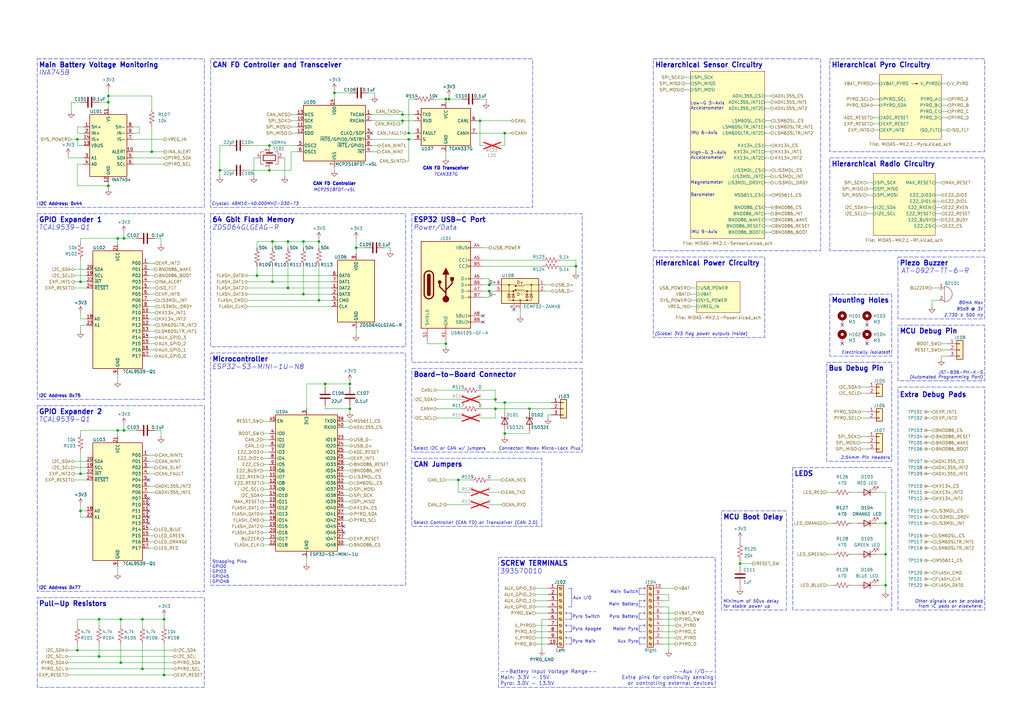
<source format=kicad_sch>
(kicad_sch (version 20231120) (generator "eeschema") (generator_version "8.0")
  (paper "A3")
  (title_block (title "MIDAS MK2.1") (date "2025-01-16") (rev "A") (company "Illinois Space Society") (comment 3 "Rishan Patel, Sahir Pagey, Karan Annam, Tony Wang, Beckett Veatch, Karan Sharma") (comment 4 "Contributors: Thomas McManamen, Bryce Mikos, Aaron Adaya, Griffin Kelley, Gary Kanyuh, "))
  (lib_symbols
    (symbol "Connector:Screw_Terminal_01x10" (pin_names (offset 1.016) hide)
      (property "Reference" "J" (at 0 12.7 0))
      (property "Value" "Screw_Terminal_01x10" (at 0 -15.24 0))
      (symbol "Screw_Terminal_01x10_1_1"
        (pin passive line (at -5.08 10.16 0) (length 3.81) (name "Pin_1") (number "1"))
        (pin passive line (at -5.08 -12.7 0) (length 3.81) (name "Pin_10") (number "10"))
        (pin passive line (at -5.08 7.62 0) (length 3.81) (name "Pin_2") (number "2"))
        (pin passive line (at -5.08 5.08 0) (length 3.81) (name "Pin_3") (number "3"))
        (pin passive line (at -5.08 2.54 0) (length 3.81) (name "Pin_4") (number "4"))
        (pin passive line (at -5.08 0 0) (length 3.81) (name "Pin_5") (number "5"))
        (pin passive line (at -5.08 -2.54 0) (length 3.81) (name "Pin_6") (number "6"))
        (pin passive line (at -5.08 -5.08 0) (length 3.81) (name "Pin_7") (number "7"))
        (pin passive line (at -5.08 -7.62 0) (length 3.81) (name "Pin_8") (number "8"))
        (pin passive line (at -5.08 -10.16 0) (length 3.81) (name "Pin_9") (number "9"))
      )
    )
    (symbol "Connector:TestPoint_Small" (pin_numbers hide) (pin_names (offset 0.762) hide)
      (property "Reference" "TP" (at 0 3.81 0))
      (property "Value" "TestPoint_Small" (at 0 2.032 0))
      (symbol "TestPoint_Small_1_1"
        (pin passive line (at 0 0 90) (length 0) (name "1") (number "1"))
      )
    )
    (symbol "Connector:USB_C_Receptacle_USB2.0" (pin_names (offset 1.016))
      (property "Reference" "J101" (at 0 22.86 0))
      (property "Value" "USB4105-GF-A" (at 0 20.32 0))
      (symbol "USB_C_Receptacle_USB2.0_1_1"
        (pin passive line (at 0 -22.86 90) (length 5.08) (name "GND") (number "A1"))
        (pin passive line (at 0 -22.86 90) (length 5.08) hide (name "GND") (number "A12"))
        (pin passive line (at 15.24 15.24 180) (length 5.08) (name "VBUS") (number "A4"))
        (pin bidirectional line (at 15.24 10.16 180) (length 5.08) (name "CC1") (number "A5"))
        (pin bidirectional line (at 15.24 2.54 180) (length 5.08) (name "D+") (number "A6"))
        (pin bidirectional line (at 15.24 -2.54 180) (length 5.08) (name "D-") (number "A7"))
        (pin bidirectional line (at 15.24 -12.7 180) (length 5.08) (name "SBU1") (number "A8"))
        (pin passive line (at 15.24 15.24 180) (length 5.08) hide (name "VBUS") (number "A9"))
        (pin passive line (at 0 -22.86 90) (length 5.08) hide (name "GND") (number "B1"))
        (pin passive line (at 0 -22.86 90) (length 5.08) hide (name "GND") (number "B12"))
        (pin passive line (at 15.24 15.24 180) (length 5.08) hide (name "VBUS") (number "B4"))
        (pin bidirectional line (at 15.24 7.62 180) (length 5.08) (name "CC2") (number "B5"))
        (pin bidirectional line (at 15.24 0 180) (length 5.08) (name "D+") (number "B6"))
        (pin bidirectional line (at 15.24 -5.08 180) (length 5.08) (name "D-") (number "B7"))
        (pin bidirectional line (at 15.24 -15.24 180) (length 5.08) (name "SBU2") (number "B8"))
        (pin passive line (at 15.24 15.24 180) (length 5.08) hide (name "VBUS") (number "B9"))
        (pin passive line (at -7.62 -22.86 90) (length 5.08) (name "SHIELD") (number "S1"))
      )
    )
    (symbol "Connector_Generic:Conn_01x02" (pin_names (offset 1.016) hide)
      (property "Reference" "J" (at 0 2.54 0))
      (property "Value" "Conn_01x02" (at 0 -5.08 0))
      (symbol "Conn_01x02_1_1"
        (pin passive line (at -5.08 0 0) (length 3.81) (name "Pin_1") (number "1"))
        (pin passive line (at -5.08 -2.54 0) (length 3.81) (name "Pin_2") (number "2"))
      )
    )
    (symbol "Connector_Generic:Conn_01x03" (pin_names (offset 1.016) hide)
      (property "Reference" "J" (at 0 5.08 0))
      (property "Value" "Conn_01x03" (at 0 -5.08 0))
      (symbol "Conn_01x03_1_1"
        (pin passive line (at -5.08 2.54 0) (length 3.81) (name "Pin_1") (number "1"))
        (pin passive line (at -5.08 0 0) (length 3.81) (name "Pin_2") (number "2"))
        (pin passive line (at -5.08 -2.54 0) (length 3.81) (name "Pin_3") (number "3"))
      )
    )
    (symbol "Device:Buzzer" (pin_names (offset 0.0254) hide)
      (property "Reference" "BZ" (at 3.81 1.27 0))
      (property "Value" "Buzzer" (at 3.81 -1.27 0))
      (symbol "Buzzer_1_1"
        (pin passive line (at -2.54 2.54 0) (length 2.54) (name "-") (number "1"))
        (pin passive line (at -2.54 -2.54 0) (length 2.54) (name "+") (number "2"))
      )
    )
    (symbol "Device:C" (pin_numbers hide) (pin_names (offset 0.254))
      (property "Reference" "C" (at 0.635 2.54 0))
      (property "Value" "C" (at 0.635 -2.54 0))
      (symbol "C_1_1"
        (pin passive line (at 0 3.81 270) (length 2.794) (name "~") (number "1"))
        (pin passive line (at 0 -3.81 90) (length 2.794) (name "~") (number "2"))
      )
    )
    (symbol "Device:Crystal_GND24" (pin_names (offset 1.016) hide)
      (property "Reference" "Y" (at 3.175 5.08 0))
      (property "Value" "Crystal_GND24" (at 3.175 3.175 0))
      (symbol "Crystal_GND24_1_1"
        (pin passive line (at -3.81 0 0) (length 1.27) (name "1") (number "1"))
        (pin passive line (at 0 5.08 270) (length 1.27) (name "2") (number "2"))
        (pin passive line (at 3.81 0 180) (length 1.27) (name "3") (number "3"))
        (pin passive line (at 0 -5.08 90) (length 1.27) (name "4") (number "4"))
      )
    )
    (symbol "Device:D_TVS" (pin_numbers hide) (pin_names (offset 1.016) hide)
      (property "Reference" "D101" (at 0 6.35 0))
      (property "Value" "D_TVS" (at 0 3.81 0))
      (symbol "D_TVS_1_1"
        (pin passive line (at -3.81 0 0) (length 2.54) (name "A1") (number "1"))
        (pin passive line (at 3.81 0 180) (length 2.54) (name "A2") (number "2"))
      )
    )
    (symbol "Device:LED" (pin_numbers hide) (pin_names (offset 1.016) hide)
      (property "Reference" "D" (at 0 2.54 0))
      (property "Value" "LED" (at 0 -2.54 0))
      (symbol "LED_1_1"
        (pin passive line (at -3.81 0 0) (length 2.54) (name "K") (number "1"))
        (pin passive line (at 3.81 0 180) (length 2.54) (name "A") (number "2"))
      )
    )
    (symbol "Device:R_US" (pin_numbers hide) (pin_names (offset 0))
      (property "Reference" "R" (at 2.54 0 90))
      (property "Value" "R_US" (at -2.54 0 90))
      (symbol "R_US_1_1"
        (pin passive line (at 0 3.81 270) (length 1.27) (name "~") (number "1"))
        (pin passive line (at 0 -3.81 90) (length 1.27) (name "~") (number "2"))
      )
    )
    (symbol "GND_1" (power) (pin_numbers hide) (pin_names (offset 0) hide)
      (property "Value" "GND" (at 0 -3.81 0))
      (symbol "GND_1_1_1"
        (pin power_in line (at 0 0 270) (length 0) (name "~") (number "1"))
      )
    )
    (symbol "Graphic:SYM_Arrow_Tiny" (in_bom no) (on_board no))
    (symbol "Interface_CAN_LIN:TCAN337G"
      (property "Reference" "U107" (at -10.16 8.89 0))
      (property "Value" "TCAN337G" (at 1.27 -8.89 0))
      (symbol "TCAN337G_1_1"
        (pin input line (at -12.7 5.08 0) (length 2.54) (name "TXD") (number "1"))
        (pin power_in line (at 0 -10.16 90) (length 2.54) (name "GND") (number "2"))
        (pin power_in line (at 0 10.16 270) (length 2.54) (name "VCC") (number "3"))
        (pin tri_state line (at -12.7 2.54 0) (length 2.54) (name "RXD") (number "4"))
        (pin open_collector line (at -12.7 -2.54 0) (length 2.54) (name "FAULT") (number "5"))
        (pin bidirectional line (at 12.7 2.54 180) (length 2.54) (name "CANL") (number "6"))
        (pin bidirectional line (at 12.7 -2.54 180) (length 2.54) (name "CANH") (number "7"))
        (pin input line (at -12.7 -5.08 0) (length 2.54) (name "S") (number "8"))
      )
    )
    (symbol "Interface_CAN_Microchip:MCP2518FDT-xSL" (pin_names (offset 0.254))
      (property "Reference" "U" (at -11.43 12.7 0))
      (property "Value" "MCP2518FDT-xSL" (at 10.16 -12.7 0))
      (symbol "MCP2518FDT-xSL_1_1"
        (pin output line (at 15.24 7.62 180) (length 2.54) (name "TXCAN") (number "1"))
        (pin input line (at -15.24 5.08 0) (length 2.54) (name "SCK") (number "10"))
        (pin input line (at -15.24 2.54 0) (length 2.54) (name "SDI") (number "11"))
        (pin output line (at -15.24 0 0) (length 2.54) (name "SDO") (number "12"))
        (pin input line (at -15.24 7.62 0) (length 2.54) (name "NCS") (number "13"))
        (pin power_in line (at 0 13.97 270) (length 2.54) (name "VDD") (number "14"))
        (pin input line (at 15.24 5.08 180) (length 2.54) (name "RXCAN") (number "2"))
        (pin output line (at 15.24 0 180) (length 2.54) (name "CLKO/SOF") (number "3"))
        (pin output line (at 15.24 -7.62 180) (length 2.54) (name "~{INT}") (number "4"))
        (pin output line (at -15.24 -5.08 0) (length 2.54) (name "OSC2") (number "5"))
        (pin input line (at -15.24 -7.62 0) (length 2.54) (name "OSC1") (number "6"))
        (pin power_in line (at 0 -13.97 90) (length 2.54) (name "VSS") (number "7"))
        (pin bidirectional line (at 15.24 -5.08 180) (length 2.54) (name "~{INT1}/GPIO1") (number "8"))
        (pin bidirectional line (at 15.24 -2.54 180) (length 2.54) (name "~{INT0}/GPIO0/XSTBY") (number "9"))
      )
    )
    (symbol "Interface_Expander_Texas:TCAL9539-Q1"
      (property "Reference" "U" (at -10.16 24.13 0))
      (property "Value" "TCAL9539-Q1" (at 10.16 24.765 0))
      (symbol "TCAL9539-Q1_1_1"
        (pin bidirectional line (at 12.7 17.78 180) (length 2.54) (name "P00") (number "1"))
        (pin bidirectional line (at 12.7 -2.54 180) (length 2.54) (name "P10") (number "10"))
        (pin bidirectional line (at 12.7 -5.08 180) (length 2.54) (name "P11") (number "11"))
        (pin bidirectional line (at 12.7 -7.62 180) (length 2.54) (name "P12") (number "12"))
        (pin bidirectional line (at 12.7 -10.16 180) (length 2.54) (name "P13") (number "13"))
        (pin bidirectional line (at 12.7 -12.7 180) (length 2.54) (name "P14") (number "14"))
        (pin bidirectional line (at 12.7 -15.24 180) (length 2.54) (name "P15") (number "15"))
        (pin bidirectional line (at 12.7 -17.78 180) (length 2.54) (name "P16") (number "16"))
        (pin bidirectional line (at 12.7 -20.32 180) (length 2.54) (name "P17") (number "17"))
        (pin input line (at -12.7 -5.08 0) (length 2.54) (name "A0") (number "18"))
        (pin input line (at -12.7 12.7 0) (length 2.54) (name "SCL") (number "19"))
        (pin bidirectional line (at 12.7 15.24 180) (length 2.54) (name "P01") (number "2"))
        (pin bidirectional line (at -12.7 15.24 0) (length 2.54) (name "SDA") (number "20"))
        (pin power_in line (at 0 25.4 270) (length 2.54) (name "VCC") (number "21"))
        (pin output line (at -12.7 10.16 0) (length 2.54) (name "~{INT}") (number "22"))
        (pin input line (at -12.7 -7.62 0) (length 2.54) (name "A1") (number "23"))
        (pin input line (at -12.7 7.62 0) (length 2.54) (name "~{RESET}") (number "24"))
        (pin passive line (at 0 -27.94 90) (length 2.54) hide (name "GND") (number "25"))
        (pin bidirectional line (at 12.7 12.7 180) (length 2.54) (name "P02") (number "3"))
        (pin input line (at 12.7 10.16 180) (length 2.54) (name "P03") (number "4"))
        (pin bidirectional line (at 12.7 7.62 180) (length 2.54) (name "P04") (number "5"))
        (pin bidirectional line (at 12.7 5.08 180) (length 2.54) (name "P05") (number "6"))
        (pin bidirectional line (at 12.7 2.54 180) (length 2.54) (name "P06") (number "7"))
        (pin bidirectional line (at 12.7 0 180) (length 2.54) (name "P07") (number "8"))
        (pin power_in line (at 0 -27.94 90) (length 2.54) (name "GND") (number "9"))
      )
    )
    (symbol "Mechanical:MountingHole_Pad" (pin_numbers hide) (pin_names (offset 1.016) hide)
      (property "Reference" "H" (at 0 6.35 0))
      (property "Value" "MountingHole_Pad" (at 0 4.445 0))
      (symbol "MountingHole_Pad_1_1"
        (pin input line (at 0 -2.54 90) (length 2.54) (name "1") (number "1"))
      )
    )
    (symbol "Memory_Flash_Zetta:ZDSD64GLGEAG-R"
      (property "Reference" "U" (at -6.35 13.97 0))
      (property "Value" "ZDSD64GLGEAG-R" (at 10.16 -13.97 0))
      (symbol "ZDSD64GLGEAG-R_1_1"
        (pin bidirectional line (at -10.16 1.27 0) (length 2.54) (name "DAT2") (number "1"))
        (pin bidirectional line (at -10.16 -1.27 0) (length 2.54) (name "DAT3") (number "2"))
        (pin input line (at -10.16 -6.35 0) (length 2.54) (name "CLK") (number "3"))
        (pin power_in line (at 0 -15.24 90) (length 2.54) (name "GND") (number "4"))
        (pin input line (at -10.16 -3.81 0) (length 2.54) (name "CMD") (number "5"))
        (pin bidirectional line (at -10.16 6.35 0) (length 2.54) (name "DAT0") (number "6"))
        (pin bidirectional line (at -10.16 3.81 0) (length 2.54) (name "DAT1") (number "7"))
        (pin power_in line (at 0 15.24 270) (length 2.54) (name "VDD") (number "8"))
      )
    )
    (symbol "Power_Protection:ECMF02-2AMX6" (pin_names (offset 0.0254) hide)
      (property "Reference" "U" (at 0 10.16 0))
      (property "Value" "ECMF02-2AMX6" (at 0 7.62 0))
      (symbol "ECMF02-2AMX6_0_1"
        (text "D+" (at 0 3.556 0) (effects (font (size 1.27 1.27))))
        (text "D-" (at 0 -1.27 0) (effects (font (size 1.27 1.27))))
      )
      (symbol "ECMF02-2AMX6_1_1"
        (pin passive line (at -10.16 2.54 0) (length 2.54) (name "D+_in") (number "1"))
        (pin passive line (at -10.16 0 0) (length 2.54) (name "D-_in") (number "2"))
        (pin power_in line (at 0 -7.62 90) (length 2.54) (name "GND") (number "3"))
        (pin free line (at 2.54 -7.62 90) (length 2.54) (name "NC") (number "4"))
        (pin passive line (at 10.16 0 180) (length 2.54) (name "D-_out") (number "5"))
        (pin passive line (at 10.16 2.54 180) (length 2.54) (name "D+_out") (number "6"))
      )
    )
    (symbol "RF_Module:ESP32-S3-MINI-1U"
      (property "Reference" "U" (at -11.43 29.21 0))
      (property "Value" "ESP32-S3-MINI-1U" (at 12.7 29.21 0))
      (symbol "ESP32-S3-MINI-1U_1_1"
        (pin power_in line (at 0 -30.48 90) (length 2.54) (name "GND") (number "1"))
        (pin bidirectional line (at -15.24 5.08 0) (length 2.54) (name "IO6") (number "10"))
        (pin bidirectional line (at -15.24 2.54 0) (length 2.54) (name "IO7") (number "11"))
        (pin bidirectional line (at -15.24 0 0) (length 2.54) (name "IO8") (number "12"))
        (pin bidirectional line (at -15.24 -2.54 0) (length 2.54) (name "IO9") (number "13"))
        (pin bidirectional line (at -15.24 -5.08 0) (length 2.54) (name "IO10") (number "14"))
        (pin bidirectional line (at -15.24 -7.62 0) (length 2.54) (name "IO11") (number "15"))
        (pin bidirectional line (at -15.24 -10.16 0) (length 2.54) (name "IO12") (number "16"))
        (pin bidirectional line (at -15.24 -12.7 0) (length 2.54) (name "IO13") (number "17"))
        (pin bidirectional line (at -15.24 -15.24 0) (length 2.54) (name "IO14") (number "18"))
        (pin bidirectional line (at -15.24 -17.78 0) (length 2.54) (name "IO15") (number "19"))
        (pin passive line (at 0 -30.48 90) (length 2.54) hide (name "GND") (number "2"))
        (pin bidirectional line (at -15.24 -20.32 0) (length 2.54) (name "IO16") (number "20"))
        (pin bidirectional line (at -15.24 -22.86 0) (length 2.54) (name "IO17") (number "21"))
        (pin bidirectional line (at -15.24 -25.4 0) (length 2.54) (name "IO18") (number "22"))
        (pin bidirectional line (at 15.24 17.78 180) (length 2.54) (name "IO19") (number "23"))
        (pin bidirectional line (at 15.24 15.24 180) (length 2.54) (name "IO20") (number "24"))
        (pin bidirectional line (at 15.24 12.7 180) (length 2.54) (name "IO21") (number "25"))
        (pin bidirectional line (at 15.24 10.16 180) (length 2.54) (name "IO26") (number "26"))
        (pin bidirectional line (at 15.24 -22.86 180) (length 2.54) (name "IO47") (number "27"))
        (pin bidirectional line (at 15.24 7.62 180) (length 2.54) (name "IO33") (number "28"))
        (pin bidirectional line (at 15.24 5.08 180) (length 2.54) (name "IO34") (number "29"))
        (pin power_in line (at 0 30.48 270) (length 2.54) (name "3V3") (number "3"))
        (pin bidirectional line (at 15.24 -25.4 180) (length 2.54) (name "IO48") (number "30"))
        (pin bidirectional line (at 15.24 2.54 180) (length 2.54) (name "IO35") (number "31"))
        (pin bidirectional line (at 15.24 0 180) (length 2.54) (name "IO36") (number "32"))
        (pin bidirectional line (at 15.24 -2.54 180) (length 2.54) (name "IO37") (number "33"))
        (pin bidirectional line (at 15.24 -5.08 180) (length 2.54) (name "IO38") (number "34"))
        (pin bidirectional line (at 15.24 -7.62 180) (length 2.54) (name "IO39") (number "35"))
        (pin bidirectional line (at 15.24 -10.16 180) (length 2.54) (name "IO40") (number "36"))
        (pin bidirectional line (at 15.24 -12.7 180) (length 2.54) (name "IO41") (number "37"))
        (pin bidirectional line (at 15.24 -15.24 180) (length 2.54) (name "IO42") (number "38"))
        (pin bidirectional line (at 15.24 25.4 180) (length 2.54) (name "TXD0") (number "39"))
        (pin bidirectional line (at -15.24 20.32 0) (length 2.54) (name "IO0") (number "4"))
        (pin bidirectional line (at 15.24 22.86 180) (length 2.54) (name "RXD0") (number "40"))
        (pin bidirectional line (at 15.24 -17.78 180) (length 2.54) (name "IO45") (number "41"))
        (pin passive line (at 0 -30.48 90) (length 2.54) hide (name "GND") (number "42"))
        (pin passive line (at 0 -30.48 90) (length 2.54) hide (name "GND") (number "43"))
        (pin bidirectional line (at 15.24 -20.32 180) (length 2.54) (name "IO46") (number "44"))
        (pin input line (at -15.24 25.4 0) (length 2.54) (name "EN") (number "45"))
        (pin passive line (at 0 -30.48 90) (length 2.54) hide (name "GND") (number "46"))
        (pin passive line (at 0 -30.48 90) (length 2.54) hide (name "GND") (number "47"))
        (pin passive line (at 0 -30.48 90) (length 2.54) hide (name "GND") (number "48"))
        (pin passive line (at 0 -30.48 90) (length 2.54) hide (name "GND") (number "49"))
        (pin bidirectional line (at -15.24 17.78 0) (length 2.54) (name "IO1") (number "5"))
        (pin passive line (at 0 -30.48 90) (length 2.54) hide (name "GND") (number "50"))
        (pin passive line (at 0 -30.48 90) (length 2.54) hide (name "GND") (number "51"))
        (pin passive line (at 0 -30.48 90) (length 2.54) hide (name "GND") (number "52"))
        (pin passive line (at 0 -30.48 90) (length 2.54) hide (name "GND") (number "53"))
        (pin passive line (at 0 -30.48 90) (length 2.54) hide (name "GND") (number "54"))
        (pin passive line (at 0 -30.48 90) (length 2.54) hide (name "GND") (number "55"))
        (pin passive line (at 0 -30.48 90) (length 2.54) hide (name "GND") (number "56"))
        (pin passive line (at 0 -30.48 90) (length 2.54) hide (name "GND") (number "57"))
        (pin passive line (at 0 -30.48 90) (length 2.54) hide (name "GND") (number "58"))
        (pin passive line (at 0 -30.48 90) (length 2.54) hide (name "GND") (number "59"))
        (pin bidirectional line (at -15.24 15.24 0) (length 2.54) (name "IO2") (number "6"))
        (pin passive line (at 0 -30.48 90) (length 2.54) hide (name "GND") (number "60"))
        (pin passive line (at 0 -30.48 90) (length 2.54) hide (name "GND") (number "61"))
        (pin passive line (at 0 -30.48 90) (length 2.54) hide (name "GND") (number "62"))
        (pin passive line (at 0 -30.48 90) (length 2.54) hide (name "GND") (number "63"))
        (pin passive line (at 0 -30.48 90) (length 2.54) hide (name "GND") (number "64"))
        (pin passive line (at 0 -30.48 90) (length 2.54) hide (name "GND") (number "65"))
        (pin bidirectional line (at -15.24 12.7 0) (length 2.54) (name "IO3") (number "7"))
        (pin bidirectional line (at -15.24 10.16 0) (length 2.54) (name "IO4") (number "8"))
        (pin bidirectional line (at -15.24 7.62 0) (length 2.54) (name "IO5") (number "9"))
      )
    )
    (symbol "Sensor_Power_Texas:INA745x"
      (property "Reference" "U" (at -7.112 13.97 0))
      (property "Value" "INA745x" (at 5.08 -13.97 0))
      (symbol "INA745x_1_1"
        (pin output line (at -10.16 7.62 0) (length 2.54) (name "SH+") (number "1"))
        (pin output line (at 10.16 -2.54 180) (length 2.54) (name "ALERT") (number "10"))
        (pin power_in line (at 0 15.24 270) (length 2.54) (name "VS") (number "11"))
        (pin power_out line (at 0 -15.24 90) (length 2.54) (name "GND") (number "12"))
        (pin input line (at -10.16 0 0) (length 2.54) (name "VBUS") (number "13"))
        (pin input line (at -10.16 2.54 0) (length 2.54) (name "IS+") (number "14"))
        (pin input line (at -10.16 5.08 0) (length 2.54) (name "IN+") (number "2"))
        (pin input line (at -10.16 -5.08 0) (length 2.54) (name "A1") (number "3"))
        (pin input line (at -10.16 -7.62 0) (length 2.54) (name "A0") (number "4"))
        (pin bidirectional line (at 10.16 -5.08 180) (length 2.54) (name "SDA") (number "5"))
        (pin input line (at 10.16 -7.62 180) (length 2.54) (name "SCL") (number "6"))
        (pin input line (at 10.16 2.54 180) (length 2.54) (name "IS-") (number "7"))
        (pin output line (at 10.16 7.62 180) (length 2.54) (name "SH-") (number "8"))
        (pin input line (at 10.16 5.08 180) (length 2.54) (name "IN-") (number "9"))
      )
    )
    (symbol "power:+3V3" (power) (pin_names (offset 0))
      (property "Value" "+3V3" (at 0 3.556 0))
      (symbol "+3V3_1_1"
        (pin power_in line (at 0 0 90) (length 0) hide (name "+3V3") (number "1"))
      )
    )
    (symbol "power:Earth" (power) (pin_numbers hide) (pin_names (offset 0) hide)
      (property "Value" "Earth" (at 0 -3.81 0))
      (symbol "Earth_1_1"
        (pin power_in line (at 0 0 270) (length 0) (name "~") (number "1"))
      )
    )
    (symbol "power:GND" (power) (pin_names (offset 0))
      (property "Value" "GND" (at 0 -3.81 0))
      (symbol "GND_1_1"
        (pin power_in line (at 0 0 270) (length 0) hide (name "GND") (number "1"))
      )
    )
  )
  (junction (at 167.64 57.15))
  (junction (at 207.01 177.8))
  (junction (at 33.02 194.31))
  (junction (at 165.1 49.53))
  (junction (at 33.02 209.55))
  (junction (at 33.02 115.57))
  (junction (at 137.16 38.1))
  (junction (at 31.75 266.7))
  (junction (at 40.64 269.24))
  (junction (at 207.01 165.1))
  (junction (at 187.96 196.85))
  (junction (at 207.01 54.61))
  (junction (at 111.76 99.06))
  (junction (at 44.45 39.37))
  (junction (at 363.22 214.63))
  (junction (at 48.26 176.53))
  (junction (at 49.53 254))
  (junction (at 143.51 157.48))
  (junction (at 118.11 118.11))
  (junction (at 48.26 97.79))
  (junction (at 124.46 99.06))
  (junction (at 62.23 62.23))
  (junction (at 363.22 240.03))
  (junction (at 110.49 59.69))
  (junction (at 105.41 113.03))
  (junction (at 44.45 41.91))
  (junction (at 130.81 99.06))
  (junction (at 40.64 254))
  (junction (at 236.22 109.22))
  (junction (at 90.17 69.85))
  (junction (at 58.42 254))
  (junction (at 303.53 231.14))
  (junction (at 167.64 54.61))
  (junction (at 50.8 97.79))
  (junction (at 200.66 119.38))
  (junction (at 111.76 115.57))
  (junction (at 118.11 99.06))
  (junction (at 49.53 271.78))
  (junction (at 31.75 57.15))
  (junction (at 146.05 101.6))
  (junction (at 58.42 274.32))
  (junction (at 67.31 276.86))
  (junction (at 124.46 120.65))
  (junction (at 165.1 46.99))
  (junction (at 130.81 123.19))
  (junction (at 196.85 49.53))
  (junction (at 133.35 157.48))
  (junction (at 143.51 167.64))
  (junction (at 110.49 69.85))
  (junction (at 44.45 76.2))
  (junction (at 182.88 40.64))
  (junction (at 67.31 254))
  (junction (at 363.22 227.33))
  (junction (at 182.88 140.97))
  (junction (at 217.17 167.64))
  (junction (at 200.66 116.84))
  (junction (at 203.2 163.83))
  (junction (at 50.8 176.53))
  (junction (at 203.2 167.64))
  (junction (at 184.15 40.64))
  (no_connect (at 140.97 218.44))
  (no_connect (at 60.96 196.85))
  (no_connect (at 60.96 204.47))
  (no_connect (at 198.12 132.08))
  (no_connect (at 60.96 214.63))
  (no_connect (at 152.4 54.61))
  (no_connect (at 355.6 140.97))
  (no_connect (at 60.96 209.55))
  (no_connect (at 60.96 212.09))
  (no_connect (at 210.82 127))
  (no_connect (at 198.12 129.54))
  (no_connect (at 60.96 207.01))
  (no_connect (at 355.6 133.35))
  (no_connect (at 345.44 133.35))
  (no_connect (at 140.97 215.9))
  (no_connect (at 345.44 140.97))
  (wire (pts (xy 379.73 204.47) (xy 382.27 204.47)))
  (wire (pts (xy 198.12 114.3) (xy 200.66 114.3)))
  (wire (pts (xy 107.95 182.88) (xy 110.49 182.88)))
  (wire (pts (xy 353.06 158.75) (xy 355.6 158.75)))
  (wire (pts (xy 379.73 168.91) (xy 382.27 168.91)))
  (wire (pts (xy 49.53 264.16) (xy 49.53 271.78)))
  (wire (pts (xy 30.48 196.85) (xy 35.56 196.85)))
  (wire (pts (xy 200.66 119.38) (xy 200.66 121.92)))
  (polyline (pts (xy 233.172 264.16) (xy 234.442 264.16)))
  (wire (pts (xy 143.51 203.2) (xy 140.97 203.2)))
  (wire (pts (xy 195.58 54.61) (xy 207.01 54.61)))
  (polyline (pts (xy 233.172 241.3) (xy 234.442 241.3)))
  (wire (pts (xy 280.67 36.83) (xy 283.21 36.83)))
  (polyline (pts (xy 233.172 259.08) (xy 234.442 259.08)))
  (wire (pts (xy 110.49 195.58) (xy 107.95 195.58)))
  (wire (pts (xy 165.1 46.99) (xy 170.18 46.99)))
  (wire (pts (xy 27.94 274.32) (xy 58.42 274.32)))
  (wire (pts (xy 33.02 97.79) (xy 48.26 97.79)))
  (wire (pts (xy 101.6 115.57) (xy 111.76 115.57)))
  (wire (pts (xy 384.81 123.19) (xy 382.27 123.19)))
  (wire (pts (xy 130.81 97.79) (xy 130.81 99.06)))
  (wire (pts (xy 224.79 170.18) (xy 226.06 170.18)))
  (wire (pts (xy 165.1 45.72) (xy 163.83 45.72)))
  (wire (pts (xy 130.81 99.06) (xy 130.81 101.6)))
  (wire (pts (xy 271.78 248.92) (xy 274.32 248.92)))
  (wire (pts (xy 29.21 41.91) (xy 33.02 41.91)))
  (wire (pts (xy 224.79 254) (xy 222.25 254)))
  (wire (pts (xy 33.02 177.8) (xy 33.02 176.53)))
  (wire (pts (xy 313.69 59.69) (xy 316.23 59.69)))
  (wire (pts (xy 33.02 185.42) (xy 33.02 194.31)))
  (wire (pts (xy 27.94 64.77) (xy 27.94 63.5)))
  (wire (pts (xy 31.75 54.61) (xy 34.29 54.61)))
  (wire (pts (xy 54.61 52.07) (xy 57.15 52.07)))
  (wire (pts (xy 146.05 134.62) (xy 146.05 137.16)))
  (wire (pts (xy 124.46 120.65) (xy 135.89 120.65)))
  (wire (pts (xy 363.22 242.57) (xy 363.22 240.03)))
  (wire (pts (xy 363.22 214.63) (xy 363.22 227.33)))
  (wire (pts (xy 143.51 157.48) (xy 143.51 158.75)))
  (wire (pts (xy 110.49 193.04) (xy 107.95 193.04)))
  (wire (pts (xy 153.67 38.1) (xy 153.67 39.37)))
  (wire (pts (xy 140.97 187.96) (xy 143.51 187.96)))
  (wire (pts (xy 110.49 60.96) (xy 110.49 59.69)))
  (wire (pts (xy 60.96 201.93) (xy 63.5 201.93)))
  (wire (pts (xy 386.08 43.18) (xy 388.62 43.18)))
  (wire (pts (xy 49.53 271.78) (xy 71.12 271.78)))
  (wire (pts (xy 143.51 198.12) (xy 140.97 198.12)))
  (wire (pts (xy 182.88 139.7) (xy 182.88 140.97)))
  (wire (pts (xy 313.69 85.09) (xy 316.23 85.09)))
  (wire (pts (xy 379.73 171.45) (xy 382.27 171.45)))
  (wire (pts (xy 313.69 52.07) (xy 316.23 52.07)))
  (wire (pts (xy 50.8 95.25) (xy 50.8 97.79)))
  (wire (pts (xy 33.02 209.55) (xy 35.56 209.55)))
  (wire (pts (xy 207.01 54.61) (xy 209.55 54.61)))
  (wire (pts (xy 110.49 208.28) (xy 107.95 208.28)))
  (wire (pts (xy 143.51 182.88) (xy 140.97 182.88)))
  (wire (pts (xy 355.6 77.47) (xy 358.14 77.47)))
  (wire (pts (xy 90.17 59.69) (xy 90.17 69.85)))
  (wire (pts (xy 60.96 133.35) (xy 63.5 133.35)))
  (wire (pts (xy 236.22 106.68) (xy 236.22 109.22)))
  (wire (pts (xy 165.1 46.99) (xy 165.1 45.72)))
  (wire (pts (xy 379.73 214.63) (xy 382.27 214.63)))
  (wire (pts (xy 165.1 50.8) (xy 163.83 50.8)))
  (wire (pts (xy 152.4 49.53) (xy 165.1 49.53)))
  (wire (pts (xy 175.26 139.7) (xy 175.26 140.97)))
  (wire (pts (xy 67.31 264.16) (xy 67.31 276.86)))
  (wire (pts (xy 166.37 54.61) (xy 167.64 54.61)))
  (polyline (pts (xy 234.442 261.62) (xy 233.172 261.62)))
  (wire (pts (xy 313.69 41.91) (xy 316.23 41.91)))
  (wire (pts (xy 27.94 269.24) (xy 40.64 269.24)))
  (wire (pts (xy 219.71 251.46) (xy 224.79 251.46)))
  (wire (pts (xy 200.66 114.3) (xy 200.66 116.84)))
  (wire (pts (xy 219.71 246.38) (xy 224.79 246.38)))
  (wire (pts (xy 110.49 177.8) (xy 107.95 177.8)))
  (wire (pts (xy 358.14 43.18) (xy 360.68 43.18)))
  (wire (pts (xy 63.5 194.31) (xy 60.96 194.31)))
  (polyline (pts (xy 262.128 248.92) (xy 262.128 246.38)))
  (wire (pts (xy 63.5 128.27) (xy 60.96 128.27)))
  (wire (pts (xy 179.07 167.64) (xy 189.23 167.64)))
  (wire (pts (xy 360.68 48.26) (xy 358.14 48.26)))
  (wire (pts (xy 58.42 254) (xy 58.42 256.54)))
  (wire (pts (xy 313.69 74.93) (xy 316.23 74.93)))
  (wire (pts (xy 363.22 214.63) (xy 359.41 214.63)))
  (wire (pts (xy 223.52 116.84) (xy 226.06 116.84)))
  (wire (pts (xy 146.05 101.6) (xy 149.86 101.6)))
  (wire (pts (xy 62.23 39.37) (xy 44.45 39.37)))
  (wire (pts (xy 60.96 199.39) (xy 63.5 199.39)))
  (wire (pts (xy 105.41 99.06) (xy 111.76 99.06)))
  (wire (pts (xy 111.76 109.22) (xy 111.76 115.57)))
  (wire (pts (xy 165.1 49.53) (xy 170.18 49.53)))
  (wire (pts (xy 67.31 252.73) (xy 67.31 254)))
  (wire (pts (xy 107.95 180.34) (xy 110.49 180.34)))
  (wire (pts (xy 271.78 241.3) (xy 276.86 241.3)))
  (wire (pts (xy 31.75 67.31) (xy 34.29 67.31)))
  (polyline (pts (xy 234.442 256.54) (xy 233.172 256.54)))
  (wire (pts (xy 383.54 80.01) (xy 386.08 80.01)))
  (wire (pts (xy 116.84 64.77) (xy 116.84 72.39)))
  (wire (pts (xy 353.06 181.61) (xy 355.6 181.61)))
  (wire (pts (xy 31.75 67.31) (xy 31.75 76.2)))
  (wire (pts (xy 58.42 274.32) (xy 71.12 274.32)))
  (wire (pts (xy 44.45 41.91) (xy 44.45 44.45)))
  (wire (pts (xy 229.87 106.68) (xy 236.22 106.68)))
  (wire (pts (xy 143.51 200.66) (xy 140.97 200.66)))
  (wire (pts (xy 379.73 176.53) (xy 382.27 176.53)))
  (wire (pts (xy 271.78 256.54) (xy 276.86 256.54)))
  (wire (pts (xy 137.16 38.1) (xy 137.16 40.64)))
  (wire (pts (xy 379.73 179.07) (xy 382.27 179.07)))
  (wire (pts (xy 110.49 59.69) (xy 101.6 59.69)))
  (wire (pts (xy 379.73 189.23) (xy 382.27 189.23)))
  (wire (pts (xy 200.66 119.38) (xy 203.2 119.38)))
  (wire (pts (xy 33.02 194.31) (xy 35.56 194.31)))
  (wire (pts (xy 110.49 213.36) (xy 107.95 213.36)))
  (wire (pts (xy 339.09 227.33) (xy 341.63 227.33)))
  (polyline (pts (xy 263.398 254) (xy 262.128 254)))
  (wire (pts (xy 386.08 53.34) (xy 388.62 53.34)))
  (wire (pts (xy 182.88 140.97) (xy 175.26 140.97)))
  (wire (pts (xy 379.73 229.87) (xy 382.27 229.87)))
  (wire (pts (xy 355.6 74.93) (xy 358.14 74.93)))
  (wire (pts (xy 67.31 254) (xy 67.31 256.54)))
  (wire (pts (xy 124.46 101.6) (xy 124.46 99.06)))
  (wire (pts (xy 383.54 74.93) (xy 386.08 74.93)))
  (wire (pts (xy 213.36 129.54) (xy 213.36 127)))
  (wire (pts (xy 44.45 39.37) (xy 44.45 41.91)))
  (wire (pts (xy 200.66 116.84) (xy 203.2 116.84)))
  (wire (pts (xy 118.11 109.22) (xy 118.11 118.11)))
  (wire (pts (xy 196.85 59.69) (xy 198.12 59.69)))
  (polyline (pts (xy 262.128 243.84) (xy 262.128 241.3)))
  (wire (pts (xy 33.02 133.35) (xy 33.02 135.89)))
  (wire (pts (xy 60.96 219.71) (xy 63.5 219.71)))
  (wire (pts (xy 283.21 125.73) (xy 285.75 125.73)))
  (wire (pts (xy 217.17 167.64) (xy 226.06 167.64)))
  (wire (pts (xy 203.2 163.83) (xy 196.85 163.83)))
  (wire (pts (xy 200.66 207.01) (xy 205.74 207.01)))
  (wire (pts (xy 219.71 261.62) (xy 224.79 261.62)))
  (wire (pts (xy 379.73 212.09) (xy 382.27 212.09)))
  (wire (pts (xy 355.6 85.09) (xy 358.14 85.09)))
  (wire (pts (xy 349.25 214.63) (xy 351.79 214.63)))
  (wire (pts (xy 48.26 97.79) (xy 48.26 100.33)))
  (wire (pts (xy 383.54 90.17) (xy 386.08 90.17)))
  (wire (pts (xy 60.96 138.43) (xy 63.5 138.43)))
  (wire (pts (xy 33.02 209.55) (xy 33.02 212.09)))
  (wire (pts (xy 58.42 254) (xy 67.31 254)))
  (wire (pts (xy 379.73 199.39) (xy 382.27 199.39)))
  (wire (pts (xy 363.22 201.93) (xy 363.22 214.63)))
  (polyline (pts (xy 234.442 259.08) (xy 234.442 256.54)))
  (wire (pts (xy 63.5 186.69) (xy 60.96 186.69)))
  (wire (pts (xy 203.2 167.64) (xy 203.2 171.45)))
  (wire (pts (xy 382.27 184.15) (xy 379.73 184.15)))
  (wire (pts (xy 133.35 157.48) (xy 143.51 157.48)))
  (wire (pts (xy 219.71 256.54) (xy 224.79 256.54)))
  (wire (pts (xy 107.95 172.72) (xy 110.49 172.72)))
  (polyline (pts (xy 262.128 241.3) (xy 263.398 241.3)))
  (wire (pts (xy 184.15 40.64) (xy 189.23 40.64)))
  (wire (pts (xy 137.16 68.58) (xy 137.16 69.85)))
  (wire (pts (xy 379.73 201.93) (xy 382.27 201.93)))
  (wire (pts (xy 119.38 49.53) (xy 121.92 49.53)))
  (wire (pts (xy 30.48 110.49) (xy 35.56 110.49)))
  (wire (pts (xy 154.94 59.69) (xy 152.4 59.69)))
  (wire (pts (xy 386.08 34.29) (xy 388.62 34.29)))
  (wire (pts (xy 355.6 184.15) (xy 353.06 184.15)))
  (wire (pts (xy 355.6 87.63) (xy 358.14 87.63)))
  (polyline (pts (xy 262.128 256.54) (xy 263.398 256.54)))
  (wire (pts (xy 31.75 57.15) (xy 34.29 57.15)))
  (wire (pts (xy 280.67 31.75) (xy 283.21 31.75)))
  (wire (pts (xy 50.8 173.99) (xy 50.8 176.53)))
  (wire (pts (xy 67.31 276.86) (xy 71.12 276.86)))
  (wire (pts (xy 363.22 227.33) (xy 363.22 240.03)))
  (wire (pts (xy 182.88 140.97) (xy 182.88 142.24)))
  (wire (pts (xy 93.98 69.85) (xy 90.17 69.85)))
  (wire (pts (xy 196.85 49.53) (xy 209.55 49.53)))
  (wire (pts (xy 152.4 62.23) (xy 154.94 62.23)))
  (wire (pts (xy 49.53 256.54) (xy 49.53 254)))
  (wire (pts (xy 63.5 146.05) (xy 60.96 146.05)))
  (wire (pts (xy 110.49 215.9) (xy 107.95 215.9)))
  (wire (pts (xy 386.08 45.72) (xy 388.62 45.72)))
  (wire (pts (xy 119.38 69.85) (xy 119.38 62.23)))
  (wire (pts (xy 152.4 57.15) (xy 167.64 57.15)))
  (wire (pts (xy 33.02 207.01) (xy 33.02 209.55)))
  (wire (pts (xy 48.26 97.79) (xy 50.8 97.79)))
  (polyline (pts (xy 262.128 261.62) (xy 263.398 261.62)))
  (wire (pts (xy 107.95 218.44) (xy 110.49 218.44)))
  (wire (pts (xy 133.35 157.48) (xy 125.73 157.48)))
  (wire (pts (xy 63.5 130.81) (xy 60.96 130.81)))
  (wire (pts (xy 182.88 40.64) (xy 182.88 41.91)))
  (wire (pts (xy 313.69 92.71) (xy 316.23 92.71)))
  (wire (pts (xy 119.38 52.07) (xy 121.92 52.07)))
  (polyline (pts (xy 234.442 254) (xy 234.442 251.46)))
  (wire (pts (xy 54.61 64.77) (xy 67.31 64.77)))
  (wire (pts (xy 167.64 54.61) (xy 167.64 40.64)))
  (wire (pts (xy 274.32 248.92) (xy 274.32 266.7)))
  (wire (pts (xy 196.85 40.64) (xy 199.39 40.64)))
  (wire (pts (xy 60.96 143.51) (xy 63.5 143.51)))
  (wire (pts (xy 140.97 223.52) (xy 143.51 223.52)))
  (wire (pts (xy 198.12 119.38) (xy 200.66 119.38)))
  (wire (pts (xy 118.11 99.06) (xy 118.11 101.6)))
  (wire (pts (xy 29.21 57.15) (xy 31.75 57.15)))
  (wire (pts (xy 283.21 123.19) (xy 285.75 123.19)))
  (wire (pts (xy 63.5 113.03) (xy 60.96 113.03)))
  (wire (pts (xy 303.53 231.14) (xy 303.53 232.41)))
  (wire (pts (xy 33.02 212.09) (xy 35.56 212.09)))
  (wire (pts (xy 217.17 167.64) (xy 217.17 168.91)))
  (wire (pts (xy 207.01 59.69) (xy 205.74 59.69)))
  (wire (pts (xy 386.08 40.64) (xy 388.62 40.64)))
  (wire (pts (xy 63.5 189.23) (xy 60.96 189.23)))
  (wire (pts (xy 339.09 240.03) (xy 341.63 240.03)))
  (wire (pts (xy 353.06 168.91) (xy 355.6 168.91)))
  (wire (pts (xy 198.12 106.68) (xy 222.25 106.68)))
  (wire (pts (xy 339.09 201.93) (xy 341.63 201.93)))
  (wire (pts (xy 30.48 194.31) (xy 33.02 194.31)))
  (wire (pts (xy 179.07 160.02) (xy 189.23 160.02)))
  (polyline (pts (xy 234.442 264.16) (xy 234.442 261.62)))
  (wire (pts (xy 313.69 95.25) (xy 316.23 95.25)))
  (wire (pts (xy 33.02 97.79) (xy 33.02 99.06)))
  (wire (pts (xy 44.45 76.2) (xy 44.45 77.47)))
  (wire (pts (xy 30.48 191.77) (xy 35.56 191.77)))
  (wire (pts (xy 118.11 99.06) (xy 124.46 99.06)))
  (wire (pts (xy 167.64 54.61) (xy 170.18 54.61)))
  (wire (pts (xy 313.69 72.39) (xy 316.23 72.39)))
  (wire (pts (xy 379.73 234.95) (xy 382.27 234.95)))
  (wire (pts (xy 33.02 106.68) (xy 33.02 115.57)))
  (wire (pts (xy 140.97 175.26) (xy 143.51 175.26)))
  (wire (pts (xy 62.23 62.23) (xy 67.31 62.23)))
  (wire (pts (xy 219.71 259.08) (xy 224.79 259.08)))
  (wire (pts (xy 110.49 69.85) (xy 101.6 69.85)))
  (wire (pts (xy 379.73 224.79) (xy 382.27 224.79)))
  (wire (pts (xy 383.54 92.71) (xy 386.08 92.71)))
  (wire (pts (xy 63.5 224.79) (xy 60.96 224.79)))
  (wire (pts (xy 379.73 240.03) (xy 382.27 240.03)))
  (wire (pts (xy 54.61 67.31) (xy 67.31 67.31)))
  (wire (pts (xy 177.8 40.64) (xy 182.88 40.64)))
  (wire (pts (xy 274.32 246.38) (xy 274.32 243.84)))
  (wire (pts (xy 143.51 180.34) (xy 140.97 180.34)))
  (wire (pts (xy 187.96 196.85) (xy 193.04 196.85)))
  (wire (pts (xy 118.11 99.06) (xy 111.76 99.06)))
  (wire (pts (xy 355.6 80.01) (xy 358.14 80.01)))
  (wire (pts (xy 353.06 179.07) (xy 355.6 179.07)))
  (wire (pts (xy 179.07 171.45) (xy 189.23 171.45)))
  (wire (pts (xy 111.76 115.57) (xy 135.89 115.57)))
  (wire (pts (xy 349.25 201.93) (xy 351.79 201.93)))
  (polyline (pts (xy 263.398 248.92) (xy 262.128 248.92)))
  (wire (pts (xy 339.09 214.63) (xy 341.63 214.63)))
  (wire (pts (xy 203.2 167.64) (xy 217.17 167.64)))
  (wire (pts (xy 358.14 34.29) (xy 360.68 34.29)))
  (wire (pts (xy 207.01 54.61) (xy 207.01 59.69)))
  (wire (pts (xy 187.96 196.85) (xy 187.96 201.93)))
  (wire (pts (xy 179.07 163.83) (xy 189.23 163.83)))
  (wire (pts (xy 353.06 161.29) (xy 355.6 161.29)))
  (wire (pts (xy 110.49 210.82) (xy 107.95 210.82)))
  (wire (pts (xy 313.69 62.23) (xy 316.23 62.23)))
  (wire (pts (xy 358.14 53.34) (xy 360.68 53.34)))
  (wire (pts (xy 195.58 49.53) (xy 196.85 49.53)))
  (wire (pts (xy 207.01 177.8) (xy 207.01 179.07)))
  (wire (pts (xy 203.2 160.02) (xy 203.2 163.83)))
  (wire (pts (xy 379.73 191.77) (xy 382.27 191.77)))
  (polyline (pts (xy 262.128 259.08) (xy 262.128 256.54)))
  (wire (pts (xy 54.61 54.61) (xy 57.15 54.61)))
  (wire (pts (xy 143.51 185.42) (xy 140.97 185.42)))
  (wire (pts (xy 143.51 205.74) (xy 140.97 205.74)))
  (wire (pts (xy 143.51 166.37) (xy 143.51 167.64)))
  (wire (pts (xy 303.53 220.98) (xy 303.53 222.25)))
  (wire (pts (xy 349.25 240.03) (xy 351.79 240.03)))
  (wire (pts (xy 107.95 198.12) (xy 110.49 198.12)))
  (wire (pts (xy 198.12 109.22) (xy 222.25 109.22)))
  (wire (pts (xy 40.64 41.91) (xy 44.45 41.91)))
  (wire (pts (xy 105.41 99.06) (xy 105.41 101.6)))
  (wire (pts (xy 313.69 44.45) (xy 316.23 44.45)))
  (wire (pts (xy 359.41 227.33) (xy 363.22 227.33)))
  (wire (pts (xy 60.96 115.57) (xy 63.5 115.57)))
  (wire (pts (xy 133.35 166.37) (xy 133.35 167.64)))
  (wire (pts (xy 60.96 110.49) (xy 63.5 110.49)))
  (wire (pts (xy 31.75 52.07) (xy 31.75 54.61)))
  (wire (pts (xy 62.23 52.07) (xy 62.23 62.23)))
  (wire (pts (xy 207.01 177.8) (xy 217.17 177.8)))
  (wire (pts (xy 119.38 69.85) (xy 110.49 69.85)))
  (wire (pts (xy 31.75 266.7) (xy 71.12 266.7)))
  (wire (pts (xy 379.73 194.31) (xy 382.27 194.31)))
  (wire (pts (xy 386.08 48.26) (xy 388.62 48.26)))
  (wire (pts (xy 135.89 123.19) (xy 130.81 123.19)))
  (wire (pts (xy 60.96 140.97) (xy 63.5 140.97)))
  (wire (pts (xy 223.52 119.38) (xy 226.06 119.38)))
  (wire (pts (xy 353.06 171.45) (xy 355.6 171.45)))
  (wire (pts (xy 167.64 66.04) (xy 167.64 57.15)))
  (wire (pts (xy 383.54 82.55) (xy 386.08 82.55)))
  (wire (pts (xy 105.41 109.22) (xy 105.41 113.03)))
  (wire (pts (xy 386.08 143.51) (xy 388.62 143.51)))
  (wire (pts (xy 119.38 54.61) (xy 121.92 54.61)))
  (wire (pts (xy 271.78 246.38) (xy 274.32 246.38)))
  (wire (pts (xy 116.84 64.77) (xy 115.57 64.77)))
  (wire (pts (xy 236.22 111.76) (xy 236.22 109.22)))
  (wire (pts (xy 388.62 146.05) (xy 386.08 146.05)))
  (wire (pts (xy 66.04 97.79) (xy 63.5 97.79)))
  (wire (pts (xy 200.66 201.93) (xy 205.74 201.93)))
  (wire (pts (xy 313.69 39.37) (xy 316.23 39.37)))
  (wire (pts (xy 151.13 38.1) (xy 153.67 38.1)))
  (wire (pts (xy 224.79 170.18) (xy 224.79 171.45)))
  (wire (pts (xy 44.45 76.2) (xy 31.75 76.2)))
  (wire (pts (xy 207.01 165.1) (xy 207.01 168.91)))
  (wire (pts (xy 34.29 52.07) (xy 31.75 52.07)))
  (wire (pts (xy 130.81 99.06) (xy 124.46 99.06)))
  (polyline (pts (xy 262.128 246.38) (xy 263.398 246.38)))
  (wire (pts (xy 140.97 190.5) (xy 143.51 190.5)))
  (wire (pts (xy 101.6 113.03) (xy 105.41 113.03)))
  (wire (pts (xy 271.78 264.16) (xy 276.86 264.16)))
  (wire (pts (xy 33.02 128.27) (xy 33.02 130.81)))
  (wire (pts (xy 125.73 228.6) (xy 125.73 231.14)))
  (wire (pts (xy 44.45 74.93) (xy 44.45 76.2)))
  (wire (pts (xy 152.4 46.99) (xy 165.1 46.99)))
  (wire (pts (xy 118.11 118.11) (xy 135.89 118.11)))
  (wire (pts (xy 104.14 64.77) (xy 105.41 64.77)))
  (wire (pts (xy 358.14 40.64) (xy 360.68 40.64)))
  (wire (pts (xy 313.69 87.63) (xy 316.23 87.63)))
  (wire (pts (xy 199.39 40.64) (xy 199.39 41.91)))
  (wire (pts (xy 196.85 160.02) (xy 203.2 160.02)))
  (wire (pts (xy 63.5 123.19) (xy 60.96 123.19)))
  (wire (pts (xy 359.41 240.03) (xy 363.22 240.03)))
  (wire (pts (xy 34.29 64.77) (xy 27.94 64.77)))
  (wire (pts (xy 200.66 101.6) (xy 198.12 101.6)))
  (wire (pts (xy 133.35 167.64) (xy 143.51 167.64)))
  (wire (pts (xy 349.25 227.33) (xy 351.79 227.33)))
  (wire (pts (xy 137.16 38.1) (xy 143.51 38.1)))
  (wire (pts (xy 48.26 232.41) (xy 48.26 234.95)))
  (wire (pts (xy 125.73 157.48) (xy 125.73 167.64)))
  (wire (pts (xy 31.75 59.69) (xy 31.75 57.15)))
  (wire (pts (xy 196.85 49.53) (xy 196.85 59.69)))
  (wire (pts (xy 27.94 266.7) (xy 31.75 266.7)))
  (wire (pts (xy 40.64 254) (xy 49.53 254)))
  (wire (pts (xy 182.88 62.23) (xy 182.88 64.77)))
  (wire (pts (xy 124.46 109.22) (xy 124.46 120.65)))
  (wire (pts (xy 386.08 146.05) (xy 386.08 147.32)))
  (polyline (pts (xy 234.442 248.92) (xy 234.442 241.3)))
  (wire (pts (xy 283.21 120.65) (xy 285.75 120.65)))
  (wire (pts (xy 133.35 158.75) (xy 133.35 157.48)))
  (wire (pts (xy 57.15 52.07) (xy 57.15 54.61)))
  (wire (pts (xy 219.71 243.84) (xy 224.79 243.84)))
  (wire (pts (xy 303.53 229.87) (xy 303.53 231.14)))
  (polyline (pts (xy 234.442 251.46) (xy 233.172 251.46)))
  (wire (pts (xy 187.96 201.93) (xy 193.04 201.93)))
  (wire (pts (xy 382.27 118.11) (xy 384.81 118.11)))
  (wire (pts (xy 363.22 201.93) (xy 359.41 201.93)))
  (wire (pts (xy 313.69 49.53) (xy 316.23 49.53)))
  (wire (pts (xy 58.42 264.16) (xy 58.42 274.32)))
  (wire (pts (xy 280.67 34.29) (xy 283.21 34.29)))
  (wire (pts (xy 58.42 254) (xy 49.53 254)))
  (wire (pts (xy 33.02 176.53) (xy 48.26 176.53)))
  (wire (pts (xy 107.95 223.52) (xy 110.49 223.52)))
  (wire (pts (xy 143.51 220.98) (xy 140.97 220.98)))
  (wire (pts (xy 229.87 109.22) (xy 236.22 109.22)))
  (wire (pts (xy 54.61 57.15) (xy 67.31 57.15)))
  (wire (pts (xy 137.16 38.1) (xy 137.16 36.83)))
  (wire (pts (xy 182.88 207.01) (xy 193.04 207.01)))
  (wire (pts (xy 30.48 113.03) (xy 35.56 113.03)))
  (wire (pts (xy 60.96 118.11) (xy 63.5 118.11)))
  (polyline (pts (xy 262.128 264.16) (xy 262.128 261.62)))
  (wire (pts (xy 313.69 54.61) (xy 316.23 54.61)))
  (wire (pts (xy 121.92 59.69) (xy 110.49 59.69)))
  (polyline (pts (xy 233.172 248.92) (xy 234.442 248.92)))
  (wire (pts (xy 121.92 62.23) (xy 119.38 62.23)))
  (wire (pts (xy 110.49 200.66) (xy 107.95 200.66)))
  (wire (pts (xy 107.95 185.42) (xy 110.49 185.42)))
  (wire (pts (xy 104.14 64.77) (xy 104.14 72.39)))
  (wire (pts (xy 140.97 195.58) (xy 143.51 195.58)))
  (wire (pts (xy 119.38 46.99) (xy 121.92 46.99)))
  (wire (pts (xy 271.78 261.62) (xy 276.86 261.62)))
  (wire (pts (xy 101.6 125.73) (xy 135.89 125.73)))
  (wire (pts (xy 30.48 189.23) (xy 35.56 189.23)))
  (wire (pts (xy 31.75 254) (xy 40.64 254)))
  (wire (pts (xy 44.45 36.83) (xy 44.45 39.37)))
  (wire (pts (xy 143.51 208.28) (xy 140.97 208.28)))
  (wire (pts (xy 271.78 254) (xy 276.86 254)))
  (wire (pts (xy 40.64 269.24) (xy 71.12 269.24)))
  (wire (pts (xy 198.12 116.84) (xy 200.66 116.84)))
  (wire (pts (xy 27.94 271.78) (xy 49.53 271.78)))
  (wire (pts (xy 35.56 133.35) (xy 33.02 133.35)))
  (wire (pts (xy 283.21 118.11) (xy 285.75 118.11)))
  (wire (pts (xy 160.02 101.6) (xy 160.02 102.87)))
  (wire (pts (xy 313.69 64.77) (xy 316.23 64.77)))
  (wire (pts (xy 207.01 176.53) (xy 207.01 177.8)))
  (polyline (pts (xy 263.398 243.84) (xy 262.128 243.84)))
  (wire (pts (xy 184.15 40.64) (xy 182.88 40.64)))
  (wire (pts (xy 203.2 165.1) (xy 203.2 163.83)))
  (wire (pts (xy 303.53 240.03) (xy 303.53 241.3)))
  (wire (pts (xy 203.2 165.1) (xy 207.01 165.1)))
  (wire (pts (xy 146.05 101.6) (xy 146.05 104.14)))
  (wire (pts (xy 101.6 123.19) (xy 130.81 123.19)))
  (wire (pts (xy 48.26 153.67) (xy 48.26 156.21)))
  (wire (pts (xy 184.15 39.37) (xy 184.15 40.64)))
  (wire (pts (xy 165.1 50.8) (xy 165.1 49.53)))
  (wire (pts (xy 60.96 217.17) (xy 63.5 217.17)))
  (wire (pts (xy 40.64 264.16) (xy 40.64 269.24)))
  (wire (pts (xy 31.75 264.16) (xy 31.75 266.7)))
  (wire (pts (xy 379.73 219.71) (xy 382.27 219.71)))
  (wire (pts (xy 90.17 69.85) (xy 90.17 72.39)))
  (wire (pts (xy 313.69 69.85) (xy 316.23 69.85)))
  (wire (pts (xy 143.51 210.82) (xy 140.97 210.82)))
  (wire (pts (xy 101.6 120.65) (xy 124.46 120.65)))
  (wire (pts (xy 219.71 248.92) (xy 224.79 248.92)))
  (wire (pts (xy 40.64 254) (xy 40.64 256.54)))
  (wire (pts (xy 200.66 196.85) (xy 205.74 196.85)))
  (wire (pts (xy 157.48 101.6) (xy 160.02 101.6)))
  (wire (pts (xy 313.69 90.17) (xy 316.23 90.17)))
  (wire (pts (xy 34.29 59.69) (xy 31.75 59.69)))
  (wire (pts (xy 50.8 97.79) (xy 55.88 97.79)))
  (wire (pts (xy 219.71 264.16) (xy 224.79 264.16)))
  (polyline (pts (xy 263.398 264.16) (xy 262.128 264.16)))
  (wire (pts (xy 383.54 87.63) (xy 386.08 87.63)))
  (wire (pts (xy 33.02 130.81) (xy 35.56 130.81)))
  (wire (pts (xy 140.97 172.72) (xy 143.51 172.72)))
  (wire (pts (xy 31.75 256.54) (xy 31.75 254)))
  (wire (pts (xy 50.8 176.53) (xy 55.88 176.53)))
  (wire (pts (xy 379.73 181.61) (xy 382.27 181.61)))
  (wire (pts (xy 182.88 196.85) (xy 187.96 196.85)))
  (wire (pts (xy 167.64 40.64) (xy 170.18 40.64)))
  (wire (pts (xy 313.69 80.01) (xy 316.23 80.01)))
  (wire (pts (xy 271.78 251.46) (xy 276.86 251.46)))
  (polyline (pts (xy 263.398 259.08) (xy 262.128 259.08)))
  (wire (pts (xy 196.85 167.64) (xy 203.2 167.64)))
  (wire (pts (xy 303.53 231.14) (xy 308.61 231.14)))
  (wire (pts (xy 66.04 97.79) (xy 66.04 100.33)))
  (wire (pts (xy 101.6 118.11) (xy 118.11 118.11)))
  (wire (pts (xy 140.97 193.04) (xy 143.51 193.04)))
  (wire (pts (xy 196.85 171.45) (xy 203.2 171.45)))
  (wire (pts (xy 29.21 41.91) (xy 29.21 45.72)))
  (wire (pts (xy 33.02 115.57) (xy 35.56 115.57)))
  (wire (pts (xy 383.54 85.09) (xy 386.08 85.09)))
  (wire (pts (xy 358.14 50.8) (xy 360.68 50.8)))
  (wire (pts (xy 105.41 113.03) (xy 135.89 113.03)))
  (wire (pts (xy 62.23 44.45) (xy 62.23 39.37)))
  (wire (pts (xy 379.73 237.49) (xy 382.27 237.49)))
  (wire (pts (xy 382.27 123.19) (xy 382.27 125.73)))
  (wire (pts (xy 167.64 57.15) (xy 170.18 57.15)))
  (wire (pts (xy 143.51 157.48) (xy 143.51 156.21)))
  (wire (pts (xy 60.96 125.73) (xy 63.5 125.73)))
  (wire (pts (xy 111.76 99.06) (xy 111.76 101.6)))
  (wire (pts (xy 66.04 176.53) (xy 66.04 179.07)))
  (wire (pts (xy 207.01 165.1) (xy 226.06 165.1)))
  (wire (pts (xy 27.94 276.86) (xy 67.31 276.86)))
  (polyline (pts (xy 233.172 254) (xy 234.442 254)))
  (wire (pts (xy 143.51 213.36) (xy 140.97 213.36)))
  (wire (pts (xy 60.96 120.65) (xy 63.5 120.65)))
  (wire (pts (xy 217.17 177.8) (xy 217.17 176.53)))
  (wire (pts (xy 30.48 115.57) (xy 33.02 115.57)))
  (wire (pts (xy 48.26 176.53) (xy 48.26 179.07)))
  (wire (pts (xy 110.49 205.74) (xy 107.95 205.74)))
  (wire (pts (xy 63.5 107.95) (xy 60.96 107.95)))
  (wire (pts (xy 107.95 187.96) (xy 110.49 187.96)))
  (wire (pts (xy 107.95 220.98) (xy 110.49 220.98)))
  (wire (pts (xy 110.49 69.85) (xy 110.49 68.58)))
  (wire (pts (xy 200.66 121.92) (xy 198.12 121.92)))
  (wire (pts (xy 146.05 97.79) (xy 146.05 101.6)))
  (wire (pts (xy 271.78 243.84) (xy 274.32 243.84)))
  (wire (pts (xy 166.37 66.04) (xy 167.64 66.04)))
  (wire (pts (xy 60.96 135.89) (xy 63.5 135.89)))
  (wire (pts (xy 50.8 176.53) (xy 48.26 176.53)))
  (polyline (pts (xy 262.128 251.46) (xy 263.398 251.46)))
  (wire (pts (xy 143.51 167.64) (xy 143.51 168.91)))
  (wire (pts (xy 54.61 62.23) (xy 62.23 62.23)))
  (wire (pts (xy 66.04 176.53) (xy 63.5 176.53)))
  (wire (pts (xy 271.78 259.08) (xy 276.86 259.08)))
  (wire (pts (xy 130.81 109.22) (xy 130.81 123.19)))
  (wire (pts (xy 386.08 140.97) (xy 388.62 140.97)))
  (wire (pts (xy 219.71 241.3) (xy 224.79 241.3)))
  (polyline (pts (xy 262.128 254) (xy 262.128 251.46)))
  (wire (pts (xy 30.48 118.11) (xy 35.56 118.11)))
  (wire (pts (xy 63.5 191.77) (xy 60.96 191.77)))
  (wire (pts (xy 379.73 209.55) (xy 382.27 209.55)))
  (wire (pts (xy 379.73 222.25) (xy 382.27 222.25)))
  (wire (pts (xy 110.49 203.2) (xy 107.95 203.2)))
  (wire (pts (xy 60.96 222.25) (xy 63.5 222.25)))
  (wire (pts (xy 93.98 59.69) (xy 90.17 59.69)))
  (wire (pts (xy 222.25 254) (xy 222.25 266.7)))
  (wire (pts (xy 107.95 190.5) (xy 110.49 190.5)))
  (rectangle (start 368.3 105.41) (end 403.86 130.81) (stroke (width 0) (type dash)))
  (rectangle (start 168.91 87.63) (end 238.76 148.59) (stroke (width 0) (type dash)))
  (rectangle (start 86.36 144.78) (end 166.37 240.03) (stroke (width 0) (type dash)))
  (rectangle (start 340.36 64.77) (end 403.86 102.87) (stroke (width 0) (type dash)))
  (rectangle (start 15.24 166.37) (end 83.82 242.57) (stroke (width 0) (type dash)))
  (rectangle (start 340.36 24.13) (end 403.86 62.23) (stroke (width 0) (type dash)))
  (rectangle (start 168.91 187.96) (end 222.25 215.9) (stroke (width 0) (type dash)))
  (rectangle (start 204.47 228.6) (end 293.37 281.94) (stroke (width 0) (type dash)))
  (rectangle (start 267.97 24.13) (end 336.55 102.87) (stroke (width 0) (type dash)))
  (rectangle (start 368.3 158.75) (end 403.86 250.19) (stroke (width 0) (type dash)))
  (rectangle (start 325.12 191.77) (end 365.76 250.19) (stroke (width 0) (type dash)))
  (rectangle (start 375.285 252.095) (end 375.285 252.095))
  (rectangle (start 168.91 151.13) (end 238.76 185.42) (stroke (width 0) (type dash)))
  (rectangle (start 86.36 87.63) (end 166.37 142.24) (stroke (width 0) (type dash)))
  (rectangle (start 340.36 120.65) (end 365.76 146.05) (stroke (width 0) (type dash)))
  (rectangle (start 15.24 245.11) (end 83.82 281.94) (stroke (width 0) (type dash)))
  (rectangle (start 15.24 87.63) (end 83.82 163.83) (stroke (width 0) (type dash)))
  (rectangle (start 267.97 105.41) (end 313.69 138.43) (stroke (width 0) (type dash)))
  (rectangle (start 374.015 252.095) (end 374.015 252.095))
  (rectangle (start 15.24 24.13) (end 83.82 85.09) (stroke (width 0) (type dash)))
  (rectangle (start 327.66 208.28) (end 327.66 208.28))
  (rectangle (start 295.91 209.55) (end 322.58 250.19) (stroke (width 0) (type dash)))
  (rectangle (start 86.36 24.13) (end 218.44 85.09) (stroke (width 0) (type dash)))
  (rectangle (start 368.3 133.35) (end 403.86 156.21) (stroke (width 0) (type dash)))
  (rectangle (start 339.09 148.59) (end 365.76 189.23) (stroke (width 0) (type dash)))
  (text "IMU 6-Axis" (at 283.21 55.372 0) (effects (font (size 1.27 1.27)) (justify left bottom)))
  (text "Minimum of 50us delay\nfor stable power up\n" (at 296.545 249.555 0) (effects (font (size 1.27 1.27) (italic yes)) (justify left bottom)))
  (text "Microcontroller" (at 86.995 148.59 0) (effects (font (size 2 2) (bold yes)) (justify left bottom)))
  (text "(Global 3V3 flag power outputs inside)" (at 306.705 137.795 0) (effects (font (size 1.27 1.27) (italic yes)) (justify right bottom)))
  (text "-" (at 263.398 249.809 0) (effects (font (size 1.27 1.27)) (justify left bottom)))
  (text "+" (at 231.394 262.509 0) (effects (font (size 1.27 1.27)) (justify left bottom)))
  (text "Main Battery Voltage Monitoring" (at 15.875 27.94 0) (effects (font (size 2 2) (thickness 0.4) (bold yes)) (justify left bottom)))
  (text "GPIO Expander 2\n" (at 15.875 170.18 0) (effects (font (size 2 2) (thickness 0.4) (bold yes)) (justify left bottom)))
  (text "TCAN337G" (at 182.88 72.39 0) (effects (font (size 1.27 1.27) (italic yes)) (justify bottom)))
  (text "-" (at 263.398 265.049 0) (effects (font (size 1.27 1.27)) (justify left bottom)))
  (text "Pyro Switch" (at 234.696 253.746 0) (effects (font (size 1.27 1.27)) (justify left bottom)))
  (text "+" (at 263.398 242.189 0) (effects (font (size 1.27 1.27)) (justify left bottom)))
  (text "Hierarchical Radio Circuitry" (at 340.995 68.58 0) (effects (font (size 2 2) (bold yes)) (justify left bottom)))
  (text "Aux I/O" (at 234.95 245.364 0) (effects (font (size 1.27 1.27)) (justify left)))
  (text "Hierarchical Power Circuitry" (at 268.605 109.22 0) (effects (font (size 2 2) (bold yes)) (justify left bottom)))
  (text "ESP32 USB-C Port\n" (at 169.545 91.44 0) (effects (font (size 2 2) (thickness 0.4) (bold yes)) (justify left bottom)))
  (text "--Aux I/O--\nExtra pins for continuity sensing\nor controlling external devices" (at 292.735 281.305 0) (effects (font (size 1.5 1.5)) (justify right bottom)))
  (text "Low-G 3-Axis\nAccelerometer" (at 283.21 45.212 0) (effects (font (size 1.27 1.27)) (justify left bottom)))
  (text "Electrically isolated!" (at 365.125 145.415 0) (effects (font (size 1.27 1.27) (italic yes)) (justify right bottom)))
  (text "Hierarchical Pyro Circuitry" (at 340.995 27.94 0) (effects (font (size 2 2) (bold yes)) (justify left bottom)))
  (text "CAN FD Controller and Transceiver" (at 86.995 27.94 0) (effects (font (size 2 2) (thickness 0.4) (bold yes)) (justify left bottom)))
  (text "LEDS" (at 325.755 195.58 0) (effects (font (size 2 2) (thickness 0.4) (bold yes)) (justify left bottom)))
  (text "+" (at 263.398 262.509 0) (effects (font (size 1.27 1.27)) (justify left bottom)))
  (text "64 Gbit Flash Memory\n" (at 86.995 91.44 0) (effects (font (size 2 2) (bold yes)) (justify left bottom)))
  (text "2.54mm Pin Headers" (at 365.125 188.595 0) (effects (font (size 1.27 1.27) (italic yes)) (justify right bottom)))
  (text "Mounting Holes" (at 340.995 124.46 0) (effects (font (size 2 2) (thickness 0.4) (bold yes)) (justify left bottom)))
  (text "(Automated Programming Port)" (at 403.225 155.575 0) (effects (font (size 1.27 1.27) (italic yes)) (justify right bottom)))
  (text "-" (at 263.398 244.729 0) (effects (font (size 1.27 1.27)) (justify left bottom)))
  (text "I2C Address: 0x44" (at 15.875 84.455 0) (effects (font (size 1.27 1.27) (thickness 0.254) (bold yes)) (justify left bottom)))
  (text "+" (at 263.398 257.429 0) (effects (font (size 1.27 1.27)) (justify left bottom)))
  (text "+" (at 233.172 252.349 0) (effects (font (size 1.27 1.27)) (justify right bottom)))
  (text "MCU Debug Pin\n\n" (at 368.935 140.335 0) (effects (font (size 2 2) (thickness 0.4) (bold yes)) (justify left bottom)))
  (text "I2C Address 0x75\n" (at 15.875 163.195 0) (effects (font (size 1.27 1.27) (thickness 0.254) (bold yes)) (justify left bottom)))
  (text "Aux Pyro" (at 261.874 263.906 0) (effects (font (size 1.27 1.27)) (justify right bottom)))
  (text "393570010" (at 205.105 235.585 0) (effects (font (size 2 2)) (justify left bottom)))
  (text "+" (at 231.394 257.429 0) (effects (font (size 1.27 1.27)) (justify left bottom)))
  (text "CAN Jumpers" (at 169.545 191.77 0) (effects (font (size 2 2) (thickness 0.4) (bold yes)) (justify left bottom)))
  (text "Hierarchical Sensor Circuitry" (at 268.605 27.94 0) (effects (font (size 2 2) (bold yes)) (justify left bottom)))
  (text "Power/Data" (at 169.545 94.615 0) (effects (font (size 2 2) (italic yes)) (justify left bottom)))
  (text "ESP32-S3-MINI-1U-N8" (at 86.995 151.765 0) (effects (font (size 2 2) (italic yes)) (justify left bottom)))
  (text "+" (at 263.398 247.269 0) (effects (font (size 1.27 1.27)) (justify left bottom)))
  (text "IMU 9-Axis" (at 283.21 96.012 0) (effects (font (size 1.27 1.27)) (justify left bottom)))
  (text "Pyro Main" (at 234.696 263.906 0) (effects (font (size 1.27 1.27)) (justify left bottom)))
  (text "Strapping Pins\nGPIO0\nGPIO3\nGPIO45\nGPIO46" (at 86.995 239.395 0) (effects (font (size 1.27 1.27)) (justify left bottom)))
  (text "CAN FD Transceiver\n" (at 182.88 69.85 0) (effects (font (size 1.27 1.27) (thickness 0.4) (bold yes)) (justify bottom)))
  (text "-" (at 263.398 259.969 0) (effects (font (size 1.27 1.27)) (justify left bottom)))
  (text "2,730 ± 500 Hz" (at 403.225 130.175 0) (effects (font (size 1.27 1.27) (italic yes)) (justify right bottom)))
  (text "CAN FD Controller\n" (at 137.16 76.2 0) (effects (font (size 1.27 1.27) (thickness 0.4) (bold yes)) (justify bottom)))
  (text "Pyro Battery" (at 261.874 253.746 0) (effects (font (size 1.27 1.27)) (justify right bottom)))
  (text "Extra Debug Pads\n" (at 368.935 163.195 0) (effects (font (size 2 2) (thickness 0.4) (bold yes)) (justify left bottom)))
  (text "JST-B3B-PH-K-S" (at 403.225 153.67 0) (effects (font (size 1.27 1.27) (italic yes)) (justify right bottom)))
  (text "MCU Boot Delay" (at 296.545 213.36 0) (effects (font (size 2 2) (thickness 0.4) (bold yes)) (justify left bottom)))
  (text "-" (at 231.394 259.969 0) (effects (font (size 1.27 1.27)) (justify left bottom)))
  (text "Pyro Apogee" (at 234.696 258.826 0) (effects (font (size 1.27 1.27)) (justify left bottom)))
  (text "Select Controller (CAN FD) or Transceiver (CAN 2.0)" (at 169.545 215.265 0) (effects (font (size 1.27 1.27)) (justify left bottom)))
  (text "Crystal: ABM10-40.000MHZ-D30-T3" (at 122.555 84.455 0) (effects (font (size 1.27 1.27) (italic yes)) (justify right bottom)))
  (text "80mA Max" (at 403.225 125.095 0) (effects (font (size 1.27 1.27) (italic yes)) (justify right bottom)))
  (text "-" (at 233.172 254.889 0) (effects (font (size 1.27 1.27)) (justify right bottom)))
  (text "GPIO Expander 1\n" (at 15.875 91.44 0) (effects (font (size 2 2) (thickness 0.4) (bold yes)) (justify left bottom)))
  (text "MCP2518FDT-xSL" (at 137.16 78.74 0) (effects (font (size 1.27 1.27) (italic yes)) (justify bottom)))
  (text "I2C Address 0x77" (at 15.875 241.935 0) (effects (font (size 1.27 1.27) (thickness 0.254) (bold yes)) (justify left bottom)))
  (text "Barometer" (at 283.21 80.772 0) (effects (font (size 1.27 1.27)) (justify left bottom)))
  (text "-" (at 263.398 254.889 0) (effects (font (size 1.27 1.27)) (justify left bottom)))
  (text "Pull-Up Resistors" (at 15.875 248.92 0) (effects (font (size 2 2) (thickness 0.4) (bold yes)) (justify left bottom)))
  (text "--Battery Input Voltage Range--\nMain: 3.3V - 15V\nPyro: 3.0V - 13.5V" (at 205.105 281.305 0) (effects (font (size 1.5 1.5)) (justify left bottom)))
  (text "SCREW TERMINALS\n\n" (at 205.105 235.585 0) (effects (font (size 2 2) (thickness 0.4) (bold yes)) (justify left bottom)))
  (text "Main Battery" (at 261.874 248.666 0) (effects (font (size 1.27 1.27)) (justify right bottom)))
  (text "ZDSD64GLGEAG-R" (at 86.995 94.615 0) (effects (font (size 2 2) (italic yes)) (justify left bottom)))
  (text "TCAL9539-Q1\n" (at 15.875 173.355 0) (effects (font (size 2 2) (italic yes)) (justify left bottom)))
  (text "High-G 3-Axis\nAccelerometer" (at 283.21 65.532 0) (effects (font (size 1.27 1.27)) (justify left bottom)))
  (text "Select I2C or CAN w/ jumpers" (at 169.545 184.785 0) (effects (font (size 1.27 1.27)) (justify left bottom)))
  (text "-" (at 231.394 265.049 0) (effects (font (size 1.27 1.27)) (justify left bottom)))
  (text "+" (at 263.398 252.349 0) (effects (font (size 1.27 1.27)) (justify left bottom)))
  (text "INA745B\n" (at 15.875 31.115 0) (effects (font (size 2 2) (italic yes)) (justify left bottom)))
  (text "85dB @ 3V" (at 403.225 127.635 0) (effects (font (size 1.27 1.27) (italic yes)) (justify right bottom)))
  (text "AT-0927-TT-6-R" (at 369.57 112.395 0) (effects (font (size 2 2) (italic yes)) (justify left bottom)))
  (text "Main Switch" (at 261.874 243.586 0) (effects (font (size 1.27 1.27)) (justify right bottom)))
  (text "Bus Debug Pin\n\n" (at 339.725 155.575 0) (effects (font (size 2 2) (thickness 0.4) (bold yes)) (justify left bottom)))
  (text "TCAL9539-Q1\n" (at 15.875 94.615 0) (effects (font (size 2 2) (italic yes)) (justify left bottom)))
  (text "Connector: Molex Micro-Lock Plus" (at 238.125 184.785 0) (effects (font (size 1.27 1.27) (italic yes)) (justify right bottom)))
  (text "Piezo Buzzer\n" (at 368.935 109.22 0) (effects (font (size 2 2) (thickness 0.4) (bold yes)) (justify left bottom)))
  (text "Other signals can be probed\nfrom IC pads or elsewhere." (at 403.225 249.555 0) (effects (font (size 1.27 1.27) (italic yes)) (justify right bottom)))
  (text "Motor Pyro" (at 261.874 258.826 0) (effects (font (size 1.27 1.27)) (justify right bottom)))
  (text "Magnetometer" (at 283.21 75.692 0) (effects (font (size 1.27 1.27)) (justify left bottom)))
  (text "Board-to-Board Connector" (at 169.545 154.94 0) (effects (font (size 2 2) (thickness 0.4) (bold yes)) (justify left bottom)))
  (label "D+" (at 200.66 116.84 0))
  (label "D-" (at 200.66 121.92 0))
  (hierarchical_label "I2C_SDA" (shape bidirectional) (at 30.48 189.23 180))
  (hierarchical_label "RESET_SW" (shape input) (at 107.95 172.72 180))
  (hierarchical_label "CAN_2" (shape output) (at 182.88 207.01 180))
  (hierarchical_label "BNO086_CS" (shape output) (at 143.51 223.52 0))
  (hierarchical_label "I2C_SCL" (shape input) (at 355.6 87.63 180))
  (hierarchical_label "EXP_INT2" (shape output) (at 30.48 194.31 180))
  (hierarchical_label "ADXL355_INT2" (shape output) (at 316.23 44.45 0))
  (hierarchical_label "KX134_CS" (shape output) (at 143.51 208.28 0))
  (hierarchical_label "SPI_SCK" (shape output) (at 143.51 203.2 0))
  (hierarchical_label "RESET_SW" (shape output) (at 308.61 231.14 0))
  (hierarchical_label "LED_RED" (shape output) (at 63.5 224.79 0))
  (hierarchical_label "V_PYRO" (shape output) (at 388.62 34.29 0))
  (hierarchical_label "LSM6DSLTR_INT1" (shape input) (at 63.5 135.89 0))
  (hierarchical_label "VREG_IN" (shape output) (at 67.31 57.15 0))
  (hierarchical_label "LSM6DSLTR_INT2" (shape input) (at 63.5 133.35 0))
  (hierarchical_label "CANH" (shape bidirectional) (at 179.07 167.64 180))
  (hierarchical_label "E22_DIO3" (shape bidirectional) (at 386.08 80.01 0))
  (hierarchical_label "LSM6DSLTR_INT1" (shape output) (at 316.23 52.07 0))
  (hierarchical_label "AUX_GPIO_3" (shape bidirectional) (at 219.71 241.3 180))
  (hierarchical_label "EXP_INT1" (shape input) (at 382.27 168.91 0))
  (hierarchical_label "CAN_1" (shape input) (at 182.88 196.85 180))
  (hierarchical_label "EXP_RESET" (shape output) (at 143.51 220.98 0))
  (hierarchical_label "FLASH_CLK" (shape input) (at 382.27 237.49 0))
  (hierarchical_label "KX134_INT1" (shape input) (at 63.5 128.27 0))
  (hierarchical_label "V_PYRO" (shape input) (at 276.86 261.62 0))
  (hierarchical_label "BNO086_RESET" (shape output) (at 382.27 179.07 0))
  (hierarchical_label "V_PYRO" (shape input) (at 219.71 256.54 180))
  (hierarchical_label "LIS3MDL_INT" (shape output) (at 316.23 72.39 0))
  (hierarchical_label "USB_POWER" (shape input) (at 283.21 118.11 180))
  (hierarchical_label "CAN_SLNT" (shape output) (at 63.5 191.77 0))
  (hierarchical_label "BUZZER" (shape output) (at 107.95 220.98 180))
  (hierarchical_label "EXP_INT1" (shape input) (at 143.51 187.96 0))
  (hierarchical_label "BNO086_RESET" (shape output) (at 143.51 190.5 0))
  (hierarchical_label "BNO086_INT" (shape input) (at 143.51 193.04 0))
  (hierarchical_label "LSM6DSLTR_INT1" (shape input) (at 382.27 222.25 0))
  (hierarchical_label "PYRO_SCL" (shape input) (at 353.06 171.45 180))
  (hierarchical_label "LIS3MDL_DRDY" (shape output) (at 316.23 74.93 0))
  (hierarchical_label "LED_ORANGE" (shape output) (at 63.5 222.25 0))
  (hierarchical_label "FLASH_CLK" (shape input) (at 101.6 125.73 180))
  (hierarchical_label "MS5611_CS" (shape input) (at 382.27 229.87 0))
  (hierarchical_label "KX134_CS" (shape input) (at 382.27 199.39 0))
  (hierarchical_label "PYRO_A" (shape input) (at 388.62 40.64 0))
  (hierarchical_label "KX134_INT2" (shape output) (at 316.23 64.77 0))
  (hierarchical_label "LED_BLUE" (shape input) (at 339.09 240.03 180))
  (hierarchical_label "PYRO_SCL" (shape bidirectional) (at 71.12 274.32 0))
  (hierarchical_label "AUX_GPIO_1" (shape bidirectional) (at 219.71 246.38 180))
  (hierarchical_label "CAN_RXD" (shape output) (at 163.83 50.8 180))
  (hierarchical_label "EXP_INT0" (shape input) (at 63.5 120.65 0))
  (hierarchical_label "LIS3MDL_CS" (shape input) (at 316.23 69.85 0))
  (hierarchical_label "ISO_FLT" (shape output) (at 388.62 53.34 0))
  (hierarchical_label "EXP_INT2" (shape input) (at 63.5 107.95 0))
  (hierarchical_label "VBAT" (shape output) (at 276.86 241.3 0))
  (hierarchical_label "VBAT_PYRO" (shape input) (at 358.14 34.29 180))
  (hierarchical_label "I2C_SCL" (shape bidirectional) (at 27.94 269.24 180))
  (hierarchical_label "INA_ALERT" (shape output) (at 67.31 62.23 0))
  (hierarchical_label "FLASH_DAT1" (shape bidirectional) (at 101.6 115.57 180))
  (hierarchical_label "I2C_SDA" (shape bidirectional) (at 107.95 203.2 180))
  (hierarchical_label "SPI_MISO" (shape output) (at 280.67 34.29 180))
  (hierarchical_label "ADXL355_INT1" (shape output) (at 316.23 41.91 0))
  (hierarchical_label "USB_D+" (shape bidirectional) (at 143.51 182.88 0))
  (hierarchical_label "SPI_MISO" (shape output) (at 355.6 77.47 180))
  (hierarchical_label "LSM6DSL_CS" (shape input) (at 316.23 49.53 0))
  (hierarchical_label "VBAT_PYRO" (shape output) (at 276.86 251.46 0))
  (hierarchical_label "ADXL355_CS" (shape input) (at 382.27 189.23 0))
  (hierarchical_label "SPI_MOSI" (shape input) (at 355.6 80.01 180))
  (hierarchical_label "PYRO_B" (shape input) (at 388.62 43.18 0))
  (hierarchical_label "AUX_GPIO_1" (shape bidirectional) (at 63.5 143.51 0))
  (hierarchical_label "LED_GREEN" (shape input) (at 339.09 227.33 180))
  (hierarchical_label "I2C_SDA" (shape bidirectional) (at 71.12 266.7 0))
  (hierarchical_label "USB_D+" (shape bidirectional) (at 226.06 116.84 0))
  (hierarchical_label "LIS3MDL_DRDY" (shape input) (at 63.5 125.73 0))
  (hierarchical_label "PYRO_C" (shape output) (at 276.86 259.08 0))
  (hierarchical_label "PYRO_SW" (shape output) (at 276.86 254 0))
  (hierarchical_label "E22_RESET" (shape output) (at 107.95 198.12 180))
  (hierarchical_label "PYRO_SDA" (shape bidirectional) (at 27.94 271.78 180))
  (hierarchical_label "VBAT" (shape input) (at 283.21 120.65 180))
  (hierarchical_label "E22_DIO1" (shape bidirectional) (at 107.95 187.96 180))
  (hierarchical_label "PYRO_C" (shape input) (at 388.62 45.72 0))
  (hierarchical_label "PYRO_SDA" (shape bidirectional) (at 71.12 271.78 0))
  (hierarchical_label "PYRO_SCL" (shape input) (at 67.31 67.31 0))
  (hierarchical_label "FLASH_CMD" (shape input) (at 101.6 123.19 180))
  (hierarchical_label "I2C_SDA" (shape bidirectional) (at 179.07 163.83 180))
  (hierarchical_label "SYS_POWER" (shape output) (at 283.21 123.19 180))
  (hierarchical_label "LSM6DSLTR_INT2" (shape input) (at 382.27 224.79 0))
  (hierarchical_label "PYRO_SDA" (shape bidirectional) (at 358.14 43.18 180))
  (hierarchical_label "AUX_GPIO_3" (shape bidirectional) (at 63.5 138.43 0))
  (hierarchical_label "MAX_RESET" (shape input) (at 386.08 74.93 0))
  (hierarchical_label "BNO086_WAKE" (shape input) (at 316.23 90.17 0))
  (hierarchical_label "I2C_SCL" (shape input) (at 30.48 191.77 180))
  (hierarchical_label "E22_RESET" (shape input) (at 386.08 87.63 0))
  (hierarchical_label "E22_RXEN" (shape output) (at 107.95 195.58 180))
  (hierarchical_label "PYRO_SDA" (shape bidirectional) (at 353.06 168.91 180))
  (hierarchical_label "MS5611_CS" (shape input) (at 316.23 80.01 0))
  (hierarchical_label "EXP_RESET" (shape input) (at 27.94 276.86 180))
  (hierarchical_label "LED_RED" (shape input) (at 339.09 201.93 180))
  (hierarchical_label "ADC_RESET" (shape output) (at 143.51 185.42 0))
  (hierarchical_label "PYRO_SCL" (shape bidirectional) (at 27.94 274.32 180))
  (hierarchical_label "PYRO_D" (shape output) (at 276.86 264.16 0))
  (hierarchical_label "ADXL355_INT2" (shape input) (at 63.5 199.39 0))
  (hierarchical_label "V_PYRO" (shape input) (at 276.86 256.54 0))
  (hierarchical_label "FLASH_CMD" (shape input) (at 382.27 234.95 0))
  (hierarchical_label "LIS3MDL_INT" (shape input) (at 382.27 214.63 0))
  (hierarchical_label "BNO086_WAKE" (shape output) (at 382.27 181.61 0))
  (hierarchical_label "FLASH_CMD" (shape output) (at 107.95 213.36 180))
  (hierarchical_label "LED_ORANGE" (shape input) (at 339.09 214.63 180))
  (hierarchical_label "FLASH_DAT2" (shape bidirectional) (at 107.95 215.9 180))
  (hierarchical_label "EXP_INT0" (shape output) (at 358.14 53.34 180))
  (hierarchical_label "ADXL355_INT2" (shape input) (at 382.27 191.77 0))
  (hierarchical_label "LIS3MDL_DRDY" (shape input) (at 382.27 212.09 0))
  (hierarchical_label "AUX_GPIO_2" (shape bidirectional) (at 219.71 243.84 180))
  (hierarchical_label "I2C_SDA" (shape bidirectional) (at 30.48 110.49 180))
  (hierarchical_label "SPI_MISO" (shape input) (at 143.51 205.74 0))
  (hierarchical_label "CAN_NINT" (shape output) (at 154.94 62.23 0))
  (hierarchical_label "CAN_NINT" (shape input) (at 63.5 189.23 0))
  (hierarchical_label "I2C_SCL" (shape input) (at 179.07 171.45 180))
  (hierarchical_label "CANH" (shape bidirectional) (at 209.55 54.61 0))
  (hierarchical_label "SYS_POWER" (shape input) (at 29.21 57.15 180))
  (hierarchical_label "SPI_MISO" (shape output) (at 353.06 184.15 180))
  (hierarchical_label "CAN_TXD" (shape input) (at 163.83 45.72 180))
  (hierarchical_label "BNO086_INT" (shape output) (at 316.23 87.63 0))
  (hierarchical_label "KX134_INT1" (shape output) (at 316.23 62.23 0))
  (hierarchical_label "EXP_INT1" (shape output) (at 30.48 115.57 180))
  (hierarchical_label "EXP_RESET" (shape input) (at 30.48 118.11 180))
  (hierarchical_label "PYRO_D" (shape input) (at 388.62 48.26 0))
  (hierarchical_label "SPI_MOSI" (shape input) (at 353.06 181.61 180))
  (hierarchical_label "SPI_MISO" (shape output) (at 119.38 54.61 180))
  (hierarchical_label "KX134_INT1" (shape input) (at 382.27 204.47 0))
  (hierarchical_label "LIS3MDL_CS" (shape input) (at 382.27 209.55 0))
  (hierarchical_label "BNO086_BOOT" (shape output) (at 382.27 184.15 0))
  (hierarchical_label "AUX_GPIO_2" (shape bidirectional) (at 63.5 140.97 0))
  (hierarchical_label "I2C_SCL" (shape output) (at 107.95 200.66 180))
  (hierarchical_label "CAN_NCS" (shape output) (at 205.74 196.85 0))
  (hierarchical_label "V_PYRO" (shape input) (at 219.71 261.62 180))
  (hierarchical_label "I2C_SCL" (shape input) (at 353.06 161.29 180))
  (hierarchical_label "LSM6DSL_CS" (shape output) (at 143.51 198.12 0))
  (hierarchical_label "LSM6DSL_CS" (shape input) (at 382.27 219.71 0))
  (hierarchical_label "EXP_RESET" (shape input) (at 30.48 196.85 180))
  (hierarchical_label "BOOT_SW" (shape output) (at 107.95 177.8 180))
  (hierarchical_label "FLASH_DAT2" (shape bidirectional) (at 101.6 118.11 180))
  (hierarchical_label "CAN_NCS" (shape input) (at 119.38 46.99 180))
  (hierarchical_label "E22_DIO3" (shape bidirectional) (at 107.95 185.42 180))
  (hierarchical_label "CAN_TXD" (shape output) (at 205.74 201.93 0))
  (hierarchical_label "BNO086_BOOT" (shape output) (at 63.5 113.03 0))
  (hierarchical_label "I2C_SCL" (shape input) (at 30.48 113.03 180))
  (hierarchical_label "E22_BUSY" (shape output) (at 386.08 90.17 0))
  (hierarchical_label "ADXL355_INT1" (shape input) (at 63.5 201.93 0))
  (hierarchical_label "E22_DIO1" (shape bidirectional) (at 386.08 82.55 0))
  (hierarchical_label "E22_RXEN" (shape input) (at 386.08 85.09 0))
  (hierarchical_label "RESET_SW" (shape input) (at 386.08 143.51 180))
  (hierarchical_label "E22_BUSY" (shape input) (at 107.95 193.04 180))
  (hierarchical_label "VREG_IN" (shape input) (at 283.21 125.73 180))
  (hierarchical_label "PYRO_A" (shape output) (at 219.71 259.08 180))
  (hierarchical_label "CANL" (shape bidirectional) (at 209.55 49.53 0))
  (hierarchical_label "SPI_MOSI" (shape input) (at 280.67 36.83 180))
  (hierarchical_label "PYRO_SW" (shape input) (at 219.71 251.46 180))
  (hierarchical_label "CAN_2" (shape input) (at 107.95 180.34 180))
  (hierarchical_label "KX134_INT2" (shape input) (at 63.5 130.81 0))
  (hierarchical_label "BOOT_SW" (shape input) (at 386.08 140.97 180))
  (hierarchical_label "ADXL355_INT1" (shape input) (at 382.27 194.31 0))
  (hierarchical_label "MAX_RESET" (shape output) (at 107.95 205.74 180))
  (hierarchical_label "KX134_CS" (shape input) (at 316.23 59.69 0))
  (hierarchical_label "FLASH_DAT0" (shape bidirectional) (at 107.95 210.82 180))
  (hierarchical_label "AUX_GPIO_0" (shape bidirectional) (at 219.71 248.92 180))
  (hierarchical_label "PYRO_SCL" (shape input) (at 358.14 40.64 180))
  (hierarchical_label "I2C_SDA" (shape bidirectional) (at 353.06 158.75 180))
  (hierarchical_label "PYRO_SCL" (shape output) (at 143.51 213.36 0))
  (hierarchical_label "CANL" (shape bidirectional) (at 179.07 160.02 180))
  (hierarchical_label "EXP_INT2" (shape input) (at 382.27 171.45 0))
  (hierarchical_label "SPI_SCK" (shape input) (at 280.67 31.75 180))
  (hierarchical_label "FLASH_DAT3" (shape bidirectional) (at 101.6 120.65 180))
  (hierarchical_label "BNO086_WAKE" (shape output) (at 63.5 110.49 0))
  (hierarchical_label "USB_D-" (shape bidirectional) (at 226.06 119.38 0))
  (hierarchical_label "E22_CS" (shape output) (at 107.95 190.5 180))
  (hierarchical_label "LED_GREEN" (shape output) (at 63.5 219.71 0))
  (hierarchical_label "USB_POWER" (shape output) (at 200.66 101.6 0))
  (hierarchical_label "CAN_1" (shape output) (at 107.95 182.88 180))
  (hierarchical_label "CAN_NINT1" (shape bidirectional) (at 63.5 186.69 0))
  (hierarchical_label "CAN_SLNT" (shape input) (at 166.37 66.04 180))
  (hierarchical_label "ADXL355_CS" (shape input) (at 316.23 39.37 0))
  (hierarchical_label "SPI_SCK" (shape input) (at 355.6 74.93 180))
  (hierarchical_label "ISO_FLT" (shape input) (at 63.5 118.11 0))
  (hierarchical_label "CAN_NINT1" (shape bidirectional) (at 154.94 59.69 0))
  (hierarchical_label "AUX_GPIO_0" (shape bidirectional) (at 63.5 146.05 0))
  (hierarchical_label "MS5611_CS" (shape output) (at 143.51 172.72 0))
  (hierarchical_label "CAN_FAULT" (shape output) (at 166.37 54.61 180))
  (hierarchical_label "SPI_MOSI" (shape output) (at 143.51 200.66 0))
  (hierarchical_label "I2C_SCL" (shape bidirectional) (at 71.12 269.24 0))
  (hierarchical_label "BNO086_RESET" (shape input) (at 316.23 92.71 0))
  (hierarchical_label "SPI_MOSI" (shape input) (at 119.38 52.07 180))
  (hierarchical_label "LIS3MDL_INT" (shape input) (at 63.5 123.19 0))
  (hierarchical_label "LSM6DSLTR_INT2" (shape output) (at 316.23 54.61 0))
  (hierarchical_label "ADXL355_CS" (shape output) (at 143.51 175.26 0))
  (hierarchical_label "I2C_SDA" (shape bidirectional) (at 355.6 85.09 180))
  (hierarchical_label "E22_CS" (shape input) (at 386.08 92.71 0))
  (hierarchical_label "LED_BLUE" (shape output) (at 63.5 217.17 0))
  (hierarchical_label "CAN_RXD" (shape input) (at 205.74 207.01 0))
  (hierarchical_label "FLASH_DAT1" (shape bidirectional) (at 107.95 208.28 180))
  (hierarchical_label "PYRO_SDA" (shape input) (at 67.31 64.77 0))
  (hierarchical_label "I2C_SDA" (shape bidirectional) (at 27.94 266.7 180))
  (hierarchical_label "FLASH_DAT0" (shape bidirectional) (at 101.6 113.03 180))
  (hierarchical_label "FLASH_CLK" (shape output) (at 107.95 223.52 180))
  (hierarchical_label "CAN_FAULT" (shape input) (at 63.5 194.31 0))
  (hierarchical_label "ADC_RESET" (shape input) (at 358.14 48.26 180))
  (hierarchical_label "KX134_INT2" (shape input) (at 382.27 201.93 0))
  (hierarchical_label "FLASH_DAT3" (shape bidirectional) (at 107.95 218.44 180))
  (hierarchical_label "LIS3MDL_CS" (shape output) (at 143.51 195.58 0))
  (hierarchical_label "INA_ALERT" (shape input) (at 63.5 115.57 0))
  (hierarchical_label "SPI_SCK" (shape input) (at 353.06 179.07 180))
  (hierarchical_label "BNO086_CS" (shape bidirectional) (at 316.23 85.09 0))
  (hierarchical_label "BNO086_BOOT" (shape input) (at 316.23 95.25 0))
  (hierarchical_label "PYRO_B" (shape output) (at 219.71 264.16 180))
  (hierarchical_label "PYRO_SDA" (shape bidirectional) (at 143.51 210.82 0))
  (hierarchical_label "USB_D-" (shape bidirectional) (at 143.51 180.34 0))
  (hierarchical_label "EXP_RESET" (shape input) (at 71.12 276.86 0))
  (hierarchical_label "BNO086_CS" (shape input) (at 382.27 176.53 0))
  (hierarchical_label "FLASH_DAT0" (shape input) (at 382.27 240.03 0))
  (hierarchical_label "BUZZER" (shape input) (at 382.27 118.11 180))
  (hierarchical_label "SPI_SCK" (shape input) (at 119.38 49.53 180))
  (hierarchical_label "EXP_RESET" (shape input) (at 358.14 50.8 180))
  (symbol (lib_id "Connector:TestPoint_Small") (at 379.73 234.95 0) (mirror y) (unit 1)
    (property "Reference" "TP120" (at 378.46 234.95 0) (effects (justify left)))
    (property "Value" "TestPoint_Small" (effects (hide yes)))
    (property "Footprint" "TestPoint:TestPoint_Pad_D1.0mm" (effects (hide yes)))
  )
  (symbol (lib_id "Device:R_US") (at 226.06 106.68 90) (unit 1)
    (property "Reference" "R123" (at 223.52 105.41 90) (effects (justify left)))
    (property "Value" "5.1k" (at 229.235 105.41 90) (effects (justify right)))
    (property "Footprint" "Resistor_SMD:R_0603_1608Metric" (effects (hide yes)))
  )
  (symbol (lib_id "Device:R_US") (at 33.02 181.61 0) (mirror x) (unit 1)
    (property "Reference" "R103" (at 31.115 182.88 0) (effects (justify right)))
    (property "Value" "10k" (at 31.115 180.34 0) (effects (justify right)))
    (property "Footprint" "Resistor_SMD:R_0603_1608Metric" (effects (hide yes)))
  )
  (symbol (lib_id "power:GND") (at 153.67 39.37 0) (unit 1)
    (property "Reference" "#PWR0126" (effects (hide yes)))
    (property "Value" "GND" (effects (hide yes)))
  )
  (symbol (lib_id "power:GND") (at 199.39 41.91 0) (unit 1)
    (property "Reference" "#PWR0131" (effects (hide yes)))
    (property "Value" "GND" (effects (hide yes)))
  )
  (symbol (lib_id "Device:R_US") (at 345.44 227.33 90) (unit 1)
    (property "Reference" "R128" (at 345.44 220.98 90))
    (property "Value" "470" (at 345.44 223.52 90))
    (property "Footprint" "Resistor_SMD:R_0603_1608Metric" (effects (hide yes)))
  )
  (symbol (lib_id "power:GND") (at 48.26 156.21 0) (unit 1)
    (property "Reference" "#PWR0108" (effects (hide yes)))
    (property "Value" "GND" (effects (hide yes)))
  )
  (symbol (lib_id "power:GND") (at 303.53 241.3 0) (unit 1)
    (property "Reference" "#PWR0139" (effects (hide yes)))
    (property "Value" "GND" (effects (hide yes)))
  )
  (symbol (lib_id "power:GND") (at 236.22 111.76 0) (unit 1)
    (property "Reference" "#PWR0136" (effects (hide yes)))
    (property "Value" "GND" (effects (hide yes)))
  )
  (symbol (lib_id "Device:R_US") (at 33.02 102.87 0) (mirror x) (unit 1)
    (property "Reference" "R102" (at 31.75 104.14 0) (effects (justify right)))
    (property "Value" "10k" (at 31.75 101.6 0) (effects (justify right)))
    (property "Footprint" "Resistor_SMD:R_0603_1608Metric" (effects (hide yes)))
  )
  (symbol (lib_id "Connector_Generic:Conn_01x02") (at 360.68 158.75 0) (unit 1)
    (property "Reference" "J105" (at 360.68 156.21 0))
    (property "Value" "Conn_01x02" (effects (hide yes)))
    (property "Footprint" "Connector_PinHeader_2.54mm:PinHeader_1x02_P2.54mm_Vertical" (effects (hide yes)))
  )
  (symbol (lib_id "power:GND") (at 125.73 231.14 0) (unit 1)
    (property "Reference" "#PWR0118" (effects (hide yes)))
    (property "Value" "GND" (effects (hide yes)))
  )
  (symbol (lib_id "Device:C") (at 193.04 40.64 270) (unit 1)
    (property "Reference" "C110" (at 186.69 39.37 90) (effects (justify left)))
    (property "Value" "0.1uF" (at 194.31 39.37 90) (effects (justify left)))
    (property "Footprint" "Capacitor_SMD:C_0603_1608Metric" (effects (hide yes)))
  )
  (symbol (lib_id "Device:R_US") (at 196.85 196.85 90) (unit 1)
    (property "Reference" "R119" (at 191.77 195.58 90))
    (property "Value" "0" (at 200.66 195.58 90))
    (property "Footprint" "Resistor_SMD:R_0603_1608Metric" (effects (hide yes)))
    (property "Description" "Resistor, US symbol" (effects (hide yes)))
  )
  (symbol (lib_id "Connector:TestPoint_Small") (at 379.73 171.45 0) (mirror y) (unit 1)
    (property "Reference" "TP102" (at 378.46 171.45 0) (effects (justify left)))
    (property "Value" "TestPoint_Small" (effects (hide yes)))
    (property "Footprint" "TestPoint:TestPoint_Pad_D1.0mm" (effects (hide yes)))
  )
  (symbol (lib_id "Device:Crystal_GND24") (at 110.49 64.77 270) (mirror x) (unit 1)
    (property "Reference" "Y101" (at 114.3 60.96 90))
    (property "Value" "40MHz" (at 114.3 58.42 90))
    (property "Footprint" "Crystal:Crystal_SMD_Abracon_ABM10-4Pin_2.5x2.0mm" (effects (hide yes)))
    (property "Datasheet" "https://abracon.com/Resonators/ABM10.pdf" (effects (hide yes)))
  )
  (symbol (lib_id "Device:C") (at 59.69 97.79 90) (unit 1)
    (property "Reference" "C102" (at 54.61 96.52 90))
    (property "Value" "0.1uF" (at 64.77 96.52 90))
    (property "Footprint" "Capacitor_SMD:C_0603_1608Metric" (effects (hide yes)))
    (property "Description" "Unpolarized capacitor" (effects (hide yes)))
  )
  (symbol (lib_id "Connector:TestPoint_Small") (at 379.73 176.53 0) (mirror y) (unit 1)
    (property "Reference" "TP103" (at 378.46 176.53 0) (effects (justify left)))
    (property "Value" "TestPoint_Small" (effects (hide yes)))
    (property "Footprint" "TestPoint:TestPoint_Pad_D1.0mm" (effects (hide yes)))
  )
  (symbol (lib_name "GND_1") (lib_id "power:GND") (at 44.45 77.47 0) (unit 1)
    (property "Reference" "#PWR0107" (effects (hide yes)))
    (property "Value" "GND" (effects (hide yes)))
    (property "Description" "Power symbol creates a global label with name \"GND\" , ground" (effects (hide yes)))
  )
  (symbol (lib_id "power:+3V3") (at 33.02 207.01 0) (unit 1)
    (property "Reference" "#PWR0105" (effects (hide yes)))
    (property "Value" "+3V3" (at 33.02 202.8769 0))
  )
  (symbol (lib_id "power:+3V3") (at 143.51 156.21 0) (unit 1)
    (property "Reference" "#PWR0122" (effects (hide yes)))
    (property "Value" "+3V3" (at 143.51 152.0769 0))
  )
  (symbol (lib_id "power:+3V3") (at 303.53 220.98 0) (unit 1)
    (property "Reference" "#PWR0138" (effects (hide yes)))
    (property "Value" "+3V3" (at 303.53 216.8469 0))
  )
  (symbol (lib_id "Device:R_US") (at 67.31 260.35 180) (unit 1)
    (property "Reference" "R108" (at 68.58 261.62 0) (effects (justify right)))
    (property "Value" "10k" (at 68.58 259.08 0) (effects (justify right)))
    (property "Footprint" "Resistor_SMD:R_0603_1608Metric" (effects (hide yes)))
  )
  (symbol (lib_id "Connector:TestPoint_Small") (at 379.73 212.09 0) (mirror y) (unit 1)
    (property "Reference" "TP114" (at 378.46 212.09 0) (effects (justify left)))
    (property "Value" "TestPoint_Small" (effects (hide yes)))
    (property "Footprint" "TestPoint:TestPoint_Pad_D1.0mm" (effects (hide yes)))
  )
  (symbol (lib_id "Device:C") (at 97.79 59.69 90) (mirror x) (unit 1)
    (property "Reference" "C104" (at 101.6 58.42 90))
    (property "Value" "22pF" (at 93.98 58.42 90))
    (property "Footprint" "Capacitor_SMD:C_0603_1608Metric" (effects (hide yes)))
  )
  (symbol (lib_id "Interface_Expander_Texas:TCAL9539-Q1") (at 48.26 125.73 0) (unit 1)
    (property "Reference" "U102" (at 38.1 101.6 0) (effects (justify left)))
    (property "Value" "TCAL9539-Q1" (at 57.15 152.4 0))
    (property "Footprint" "Package_DFN_QFN:WQFN-24-1EP_4x4mm_P0.5mm_EP2.6x2.6mm" (effects (hide yes)))
    (property "Datasheet" "https://www.ti.com/lit/ds/symlink/tcal9539-q1.pdf" (effects (hide yes)))
    (property "Description" "Automotive Low-Voltage 16-Bit I2C-Bus, SMBus I/O Expander with" (effects (hide yes)))
  )
  (symbol (lib_id "power:GND") (at 137.16 69.85 0) (unit 1)
    (property "Reference" "#PWR0121" (effects (hide yes)))
    (property "Value" "GND" (effects (hide yes)))
  )
  (symbol (lib_id "power:GND") (at 90.17 72.39 0) (mirror y) (unit 1)
    (property "Reference" "#PWR0115" (effects (hide yes)))
    (property "Value" "GND" (effects (hide yes)))
  )
  (symbol (lib_id "Mechanical:MountingHole_Pad") (at 345.44 138.43 0) (unit 1)
    (property "Reference" "H102" (at 347.98 137.2179 0) (effects (justify left)))
    (property "Value" "M3" (at 347.98 139.6421 0) (effects (justify left)))
    (property "Footprint" "MountingHole:MountingHole_3.2mm_M3_Pad_Via" (effects (hide yes)))
  )
  (symbol (lib_id "Interface_Expander_Texas:TCAL9539-Q1") (at 48.26 204.47 0) (unit 1)
    (property "Reference" "U103" (at 38.1 180.34 0) (effects (justify left)))
    (property "Value" "TCAL9539-Q1" (at 57.15 231.14 0))
    (property "Footprint" "Package_DFN_QFN:WQFN-24-1EP_4x4mm_P0.5mm_EP2.6x2.6mm" (effects (hide yes)))
    (property "Datasheet" "https://www.ti.com/lit/ds/symlink/tcal9539-q1.pdf" (effects (hide yes)))
    (property "Description" "Automotive Low-Voltage 16-Bit I2C-Bus, SMBus I/O Expander with" (effects (hide yes)))
  )
  (symbol (lib_id "Device:R_US") (at 118.11 105.41 180) (unit 1)
    (property "Reference" "R111" (at 118.745 108.585 0) (effects (justify right)))
    (property "Value" "50k" (at 118.745 101.6 0) (effects (justify right)))
    (property "Footprint" "Resistor_SMD:R_0603_1608Metric" (effects (hide yes)))
  )
  (symbol (lib_id "Connector:TestPoint_Small") (at 379.73 237.49 0) (mirror y) (unit 1)
    (property "Reference" "TP121" (at 378.46 237.49 0) (effects (justify left)))
    (property "Value" "TestPoint_Small" (effects (hide yes)))
    (property "Footprint" "TestPoint:TestPoint_Pad_D1.0mm" (effects (hide yes)))
  )
  (symbol (lib_id "Mechanical:MountingHole_Pad") (at 345.44 130.81 0) (unit 1)
    (property "Reference" "H101" (at 347.98 129.5979 0) (effects (justify left)))
    (property "Value" "M3" (at 347.98 132.0221 0) (effects (justify left)))
    (property "Footprint" "MountingHole:MountingHole_3.2mm_M3_Pad_Via" (effects (hide yes)))
  )
  (symbol (lib_id "Device:C") (at 59.69 176.53 90) (unit 1)
    (property "Reference" "C103" (at 54.61 175.26 90))
    (property "Value" "0.1uF" (at 64.77 175.26 90))
    (property "Footprint" "Capacitor_SMD:C_0603_1608Metric" (effects (hide yes)))
    (property "Description" "Unpolarized capacitor" (effects (hide yes)))
  )
  (symbol (lib_id "Device:R_US") (at 196.85 201.93 90) (unit 1) (dnp yes)
    (property "Reference" "R120" (at 191.77 200.66 90))
    (property "Value" "0" (at 200.66 200.66 90))
    (property "Footprint" "Resistor_SMD:R_0603_1608Metric" (effects (hide yes)))
    (property "Description" "Resistor, US symbol" (effects (hide yes)))
  )
  (symbol (lib_id "Interface_CAN_Microchip:MCP2518FDT-xSL") (at 137.16 54.61 0) (unit 1)
    (property "Reference" "U105" (at 127 41.91 0))
    (property "Value" "MCP2518FDT-xSL" (at 146.05 67.31 0))
    (property "Footprint" "Package_SO:SOIC-14_3.9x8.7mm_P1.27mm" (effects (hide yes)))
    (property "Datasheet" "https://ww1.microchip.com/downloads/aemDocuments/documents/OTH/ProductDocuments/DataSheets/External-CAN-FD-Controller-with-SPI-Interface-DS20006027B.pdf" (effects (hide yes)))
  )
  (symbol (lib_id "Device:C") (at 97.79 69.85 270) (mirror x) (unit 1)
    (property "Reference" "C105" (at 101.6 71.12 90))
    (property "Value" "22pF" (at 93.98 71.12 90))
    (property "Footprint" "Capacitor_SMD:C_0603_1608Metric" (effects (hide yes)))
  )
  (symbol (lib_name "GND_1") (lib_id "power:GND") (at 66.04 179.07 0) (unit 1)
    (property "Reference" "#PWR0113" (effects (hide yes)))
    (property "Value" "GND" (effects (hide yes)))
    (property "Description" "Power symbol creates a global label with name \"GND\" , ground" (effects (hide yes)))
  )
  (symbol (lib_id "power:+3V3") (at 50.8 95.25 0) (unit 1)
    (property "Reference" "#PWR0110" (effects (hide yes)))
    (property "Value" "+3V3" (at 50.8 91.1169 0))
  )
  (symbol (lib_id "Device:R_US") (at 62.23 48.26 0) (unit 1)
    (property "Reference" "R107" (at 64.77 46.9899 0) (effects (justify left)))
    (property "Value" "10k" (at 64.77 49.5299 0) (effects (justify left)))
    (property "Footprint" "Resistor_SMD:R_0603_1608Metric" (effects (hide yes)))
    (property "Description" "Resistor, US symbol" (effects (hide yes)))
  )
  (symbol (lib_id "Device:R_US") (at 130.81 105.41 180) (unit 1)
    (property "Reference" "R113" (at 131.445 108.585 0) (effects (justify right)))
    (property "Value" "50k" (at 131.445 101.6 0) (effects (justify right)))
    (property "Footprint" "Resistor_SMD:R_0603_1608Metric" (effects (hide yes)))
  )
  (symbol (lib_id "Device:R_US") (at 303.53 226.06 180) (unit 1)
    (property "Reference" "R125" (at 305.181 225.1515 0) (effects (justify right)))
    (property "Value" "20k" (at 305.181 227.9266 0) (effects (justify right)))
    (property "Footprint" "Resistor_SMD:R_0603_1608Metric" (effects (hide yes)))
  )
  (symbol (lib_id "Power_Protection:ECMF02-2AMX6") (at 213.36 119.38 0) (mirror y) (unit 1)
    (property "Reference" "U108" (at 205.74 113.03 0) (effects (justify right)))
    (property "Value" "ECMF02-2AMX6" (at 214.63 125.73 0) (effects (justify right)))
    (property "Footprint" "Package_DFN_QFN:ST_UQFN-6L_1.5x1.7mm_P0.5mm" (effects (hide yes)))
    (property "Datasheet" "https://www.st.com/resource/en/datasheet/ecmf02-2amx6.pdf" (effects (hide yes)))
  )
  (symbol (lib_id "power:+3V3") (at 130.81 97.79 0) (unit 1)
    (property "Reference" "#PWR0119" (effects (hide yes)))
    (property "Value" "+3V3" (at 130.81 93.6569 0))
  )
  (symbol (lib_id "Device:R_US") (at 173.99 40.64 270) (unit 1)
    (property "Reference" "R114" (at 168.91 39.37 90))
    (property "Value" "10k" (at 177.8 39.37 90))
    (property "Footprint" "Resistor_SMD:R_0603_1608Metric" (effects (hide yes)))
  )
  (symbol (lib_id "Device:C") (at 303.53 236.22 0) (unit 1)
    (property "Reference" "C111" (at 304.8 233.68 0) (effects (justify left)))
    (property "Value" "1uF" (at 304.8 238.76 0) (effects (justify left)))
    (property "Footprint" "Capacitor_SMD:C_0603_1608Metric" (effects (hide yes)))
  )
  (symbol (lib_id "Device:C") (at 143.51 162.56 0) (mirror x) (unit 1)
    (property "Reference" "C107" (at 148.844 161.29 0))
    (property "Value" "0.1uF" (at 148.336 164.592 0))
    (property "Footprint" "Capacitor_SMD:C_0603_1608Metric" (effects (hide yes)))
  )
  (symbol (lib_name "GND_1") (lib_id "power:GND") (at 29.21 45.72 0) (unit 1)
    (property "Reference" "#PWR0102" (effects (hide yes)))
    (property "Value" "GND" (effects (hide yes)))
    (property "Description" "Power symbol creates a global label with name \"GND\" , ground" (effects (hide yes)))
  )
  (symbol (lib_id "power:+3V3") (at 67.31 252.73 0) (unit 1)
    (property "Reference" "#PWR0114" (effects (hide yes)))
    (property "Value" "+3V3" (at 67.31 248.5969 0))
  )
  (symbol (lib_id "power:+3V3") (at 33.02 128.27 0) (unit 1)
    (property "Reference" "#PWR0103" (effects (hide yes)))
    (property "Value" "+3V3" (at 33.02 124.1369 0))
  )
  (symbol (lib_id "power:GND") (at 160.02 102.87 0) (unit 1)
    (property "Reference" "#PWR0127" (effects (hide yes)))
    (property "Value" "GND" (effects (hide yes)))
  )
  (symbol (lib_id "power:Earth") (at 222.25 266.7 0) (unit 1)
    (property "Reference" "#PWR0134" (effects (hide yes)))
    (property "Value" "PYRO_GND" (at 222.25 270.51 0))
    (property "Description" "Power symbol creates a global label with name \"Earth\"" (effects (hide yes)))
  )
  (symbol (lib_id "power:GND") (at 143.51 168.91 0) (unit 1)
    (property "Reference" "#PWR0123" (effects (hide yes)))
    (property "Value" "GND" (effects (hide yes)))
  )
  (symbol (lib_id "Connector_Generic:Conn_01x02") (at 360.68 168.91 0) (unit 1)
    (property "Reference" "J106" (at 360.68 166.37 0))
    (property "Value" "Conn_01x02" (effects (hide yes)))
    (property "Footprint" "Connector_PinHeader_2.54mm:PinHeader_1x02_P2.54mm_Vertical" (effects (hide yes)))
  )
  (symbol (lib_id "Graphic:SYM_Arrow_Tiny") (at 375.158 34.29 0) (unit 1) (exclude_from_sim yes) (in_bom no) (on_board no)
    (property "Reference" "#SYM101" (effects (hide yes)))
    (property "Value" "SYM_Arrow_Tiny" (effects (hide yes)))
  )
  (symbol (lib_id "Device:R_US") (at 40.64 260.35 180) (unit 1)
    (property "Reference" "R104" (at 41.91 261.62 0) (effects (justify right)))
    (property "Value" "4.7k" (at 41.91 259.08 0) (effects (justify right)))
    (property "Footprint" "Resistor_SMD:R_0603_1608Metric" (effects (hide yes)))
  )
  (symbol (lib_id "power:GND") (at 207.01 179.07 0) (unit 1)
    (property "Reference" "#PWR0132" (effects (hide yes)))
    (property "Value" "GND" (effects (hide yes)))
  )
  (symbol (lib_id "Mechanical:MountingHole_Pad") (at 355.6 130.81 0) (unit 1)
    (property "Reference" "H103" (at 358.14 129.5979 0) (effects (justify left)))
    (property "Value" "M3" (at 358.14 132.0221 0) (effects (justify left)))
    (property "Footprint" "MountingHole:MountingHole_3.2mm_M3_Pad_Via" (effects (hide yes)))
  )
  (symbol (lib_id "power:+3V3") (at 44.45 36.83 0) (unit 1)
    (property "Reference" "#PWR0106" (effects (hide yes)))
    (property "Value" "+3V3" (at 44.45 32.6969 0))
  )
  (symbol (lib_id "power:+3V3") (at 137.16 36.83 0) (unit 1)
    (property "Reference" "#PWR0120" (effects (hide yes)))
    (property "Value" "+3V3" (at 137.16 32.6969 0))
  )
  (symbol (lib_id "Device:C") (at 147.32 38.1 270) (unit 1)
    (property "Reference" "C108" (at 140.97 36.83 90) (effects (justify left)))
    (property "Value" "0.1uF" (at 148.59 36.83 90) (effects (justify left)))
    (property "Footprint" "Capacitor_SMD:C_0603_1608Metric" (effects (hide yes)))
  )
  (symbol (lib_id "Interface_CAN_LIN:TCAN337G") (at 182.88 52.07 0) (unit 1)
    (property "Reference" "U107" (at 172.72 60.96 0) (effects (justify left)))
    (property "Value" "TCAN337G" (at 184.15 60.96 0) (effects (justify left)))
    (property "Footprint" "Package_TO_SOT_SMD:SOT-23-8" (effects (hide yes)))
    (property "Datasheet" "http://www.ti.com/lit/ds/symlink/tcan337.pdf" (effects (hide yes)))
  )
  (symbol (lib_id "Connector:TestPoint_Small") (at 379.73 181.61 0) (mirror y) (unit 1)
    (property "Reference" "TP105" (at 378.46 181.61 0) (effects (justify left)))
    (property "Value" "TestPoint_Small" (effects (hide yes)))
    (property "Footprint" "TestPoint:TestPoint_Pad_D1.0mm" (effects (hide yes)))
  )
  (symbol (lib_id "Device:C") (at 133.35 162.56 0) (mirror x) (unit 1)
    (property "Reference" "C106" (at 138.684 161.29 0))
    (property "Value" "22uF" (at 138.176 164.592 0))
    (property "Footprint" "Capacitor_SMD:C_0603_1608Metric" (effects (hide yes)))
  )
  (symbol (lib_id "Device:R_US") (at 345.44 240.03 90) (unit 1)
    (property "Reference" "R129" (at 345.44 233.68 90))
    (property "Value" "470" (at 345.44 236.22 90))
    (property "Footprint" "Resistor_SMD:R_0603_1608Metric" (effects (hide yes)))
  )
  (symbol (lib_id "power:GND") (at 382.27 125.73 0) (unit 1)
    (property "Reference" "#PWR0141" (effects (hide yes)))
    (property "Value" "GND" (effects (hide yes)))
  )
  (symbol (lib_id "Device:LED") (at 355.6 214.63 180) (unit 1)
    (property "Reference" "D104" (at 355.6 208.28 0))
    (property "Value" "ORANGE LED" (at 355.6 210.82 0))
    (property "Footprint" "LED_SMD:LED_0603_1608Metric" (effects (hide yes)))
    (property "Datasheet" "https://www.kingbrightusa.com/images/catalog/SPEC/APTD1608LSECK-J4-PF.pdf" (effects (hide yes)))
  )
  (symbol (lib_id "Connector:TestPoint_Small") (at 379.73 240.03 0) (mirror y) (unit 1)
    (property "Reference" "TP122" (at 378.46 240.03 0) (effects (justify left)))
    (property "Value" "TestPoint_Small" (effects (hide yes)))
    (property "Footprint" "TestPoint:TestPoint_Pad_D1.0mm" (effects (hide yes)))
  )
  (symbol (lib_id "Connector_Generic:Conn_01x03") (at 360.68 181.61 0) (unit 1)
    (property "Reference" "J107" (at 360.68 176.53 0))
    (property "Value" "Conn_01x03" (effects (hide yes)))
    (property "Footprint" "Connector_PinHeader_2.54mm:PinHeader_1x03_P2.54mm_Vertical" (effects (hide yes)))
  )
  (symbol (lib_id "power:GND") (at 274.32 266.7 0) (unit 1)
    (property "Reference" "#PWR0137" (effects (hide yes)))
    (property "Value" "GND" (effects (hide yes)))
  )
  (symbol (lib_id "power:GND") (at 48.26 234.95 0) (unit 1)
    (property "Reference" "#PWR0109" (effects (hide yes)))
    (property "Value" "GND" (effects (hide yes)))
  )
  (symbol (lib_id "Connector:TestPoint_Small") (at 379.73 204.47 0) (mirror y) (unit 1)
    (property "Reference" "TP112" (at 378.46 204.47 0) (effects (justify left)))
    (property "Value" "TestPoint_Small" (effects (hide yes)))
    (property "Footprint" "TestPoint:TestPoint_Pad_D1.0mm" (effects (hide yes)))
  )
  (symbol (lib_id "Device:LED") (at 355.6 201.93 180) (unit 1)
    (property "Reference" "D103" (at 355.6 195.58 0))
    (property "Value" "RED LED" (at 355.6 198.12 0))
    (property "Footprint" "LED_SMD:LED_0603_1608Metric" (effects (hide yes)))
    (property "Datasheet" "https://www.kingbrightusa.com/images/catalog/SPEC/APT1608SURCK.pdf" (effects (hide yes)))
  )
  (symbol (lib_id "Device:R_US") (at 193.04 160.02 90) (unit 1)
    (property "Reference" "R115" (at 187.96 158.75 90))
    (property "Value" "0" (at 196.85 158.75 90))
    (property "Footprint" "Resistor_SMD:R_0603_1608Metric" (effects (hide yes)))
    (property "Description" "Resistor, US symbol" (effects (hide yes)))
  )
  (symbol (lib_id "power:GND") (at 363.22 242.57 0) (unit 1)
    (property "Reference" "#PWR0140" (effects (hide yes)))
    (property "Value" "GND" (effects (hide yes)))
  )
  (symbol (lib_name "GND_1") (lib_id "power:GND") (at 66.04 100.33 0) (unit 1)
    (property "Reference" "#PWR0112" (effects (hide yes)))
    (property "Value" "GND" (effects (hide yes)))
    (property "Description" "Power symbol creates a global label with name \"GND\" , ground" (effects (hide yes)))
  )
  (symbol (lib_id "Connector_Generic:Conn_01x03") (at 393.7 143.51 0) (unit 1)
    (property "Reference" "J108" (at 393.7 138.43 0))
    (property "Value" "Conn_01x03" (effects (hide yes)))
    (property "Footprint" "Connector_JST:JST_PH_B3B-PH-K_1x03_P2.00mm_Vertical" (effects (hide yes)))
    (property "Datasheet" "https://www.jst-mfg.com/product/pdf/eng/ePH.pdf" (effects (hide yes)))
  )
  (symbol (lib_id "Device:R_US") (at 196.85 207.01 90) (unit 1) (dnp yes)
    (property "Reference" "R121" (at 191.77 205.74 90))
    (property "Value" "0" (at 200.66 205.74 90))
    (property "Footprint" "Resistor_SMD:R_0603_1608Metric" (effects (hide yes)))
    (property "Description" "Resistor, US symbol" (effects (hide yes)))
  )
  (symbol (lib_id "power:GND") (at 146.05 137.16 0) (unit 1)
    (property "Reference" "#PWR0125" (effects (hide yes)))
    (property "Value" "GND" (effects (hide yes)))
  )
  (symbol (lib_id "Connector:Screw_Terminal_01x10") (at 229.87 251.46 0) (unit 1)
    (property "Reference" "J102" (at 227.33 238.76 0) (effects (justify left)))
    (property "Value" "Left" (at 229.87 266.7 0))
    (property "Footprint" "Connector_Molex_Terminal-Block:Molex_Terminal-Block_393570010_1x10_P3.5mm" (effects (hide yes)))
    (property "Datasheet" "https://www.molex.com/en-us/products/part-detail/393570010" (effects (hide yes)))
  )
  (symbol (lib_id "Connector:TestPoint_Small") (at 379.73 199.39 0) (mirror y) (unit 1)
    (property "Reference" "TP110" (at 378.46 199.39 0) (effects (justify left)))
    (property "Value" "TestPoint_Small" (effects (hide yes)))
    (property "Footprint" "TestPoint:TestPoint_Pad_D1.0mm" (effects (hide yes)))
  )
  (symbol (lib_id "Device:C") (at 153.67 101.6 270) (unit 1)
    (property "Reference" "C109" (at 147.32 100.33 90) (effects (justify left)))
    (property "Value" "0.1uF" (at 154.94 100.33 90) (effects (justify left)))
    (property "Footprint" "Capacitor_SMD:C_0603_1608Metric" (effects (hide yes)))
  )
  (symbol (lib_id "Device:R_US") (at 49.53 260.35 180) (unit 1)
    (property "Reference" "R105" (at 50.8 261.62 0) (effects (justify right)))
    (property "Value" "4.7k" (at 50.8 259.08 0) (effects (justify right)))
    (property "Footprint" "Resistor_SMD:R_0603_1608Metric" (effects (hide yes)))
  )
  (symbol (lib_id "Device:D_TVS") (at 217.17 172.72 90) (unit 1)
    (property "Reference" "D102" (at 217.805 170.18 90) (effects (justify right)))
    (property "Value" "ESD321" (at 217.805 175.26 90) (effects (justify right)))
    (property "Footprint" "Diode_SMD:D_SOD-523" (effects (hide yes)))
    (property "Datasheet" "https://www.ti.com/lit/ds/symlink/esd321.pdf" (effects (hide yes)))
    (property "Description" "Unidirectional transient-voltage-suppression diode" (effects (hide yes)))
  )
  (symbol (lib_id "Connector:TestPoint_Small") (at 379.73 209.55 0) (mirror y) (unit 1)
    (property "Reference" "TP113" (at 378.46 209.55 0) (effects (justify left)))
    (property "Value" "TestPoint_Small" (effects (hide yes)))
    (property "Footprint" "TestPoint:TestPoint_Pad_D1.0mm" (effects (hide yes)))
  )
  (symbol (lib_id "Connector:TestPoint_Small") (at 379.73 229.87 0) (mirror y) (unit 1)
    (property "Reference" "TP119" (at 378.46 229.87 0) (effects (justify left)))
    (property "Value" "TestPoint_Small" (effects (hide yes)))
    (property "Footprint" "TestPoint:TestPoint_Pad_D1.0mm" (effects (hide yes)))
  )
  (symbol (lib_id "Connector:TestPoint_Small") (at 379.73 222.25 0) (mirror y) (unit 1)
    (property "Reference" "TP117" (at 378.46 222.25 0) (effects (justify left)))
    (property "Value" "TestPoint_Small" (effects (hide yes)))
    (property "Footprint" "TestPoint:TestPoint_Pad_D1.0mm" (effects (hide yes)))
  )
  (symbol (lib_id "power:GND") (at 213.36 129.54 0) (unit 1)
    (property "Reference" "#PWR0133" (effects (hide yes)))
    (property "Value" "GND" (effects (hide yes)))
  )
  (symbol (lib_id "Device:C") (at 36.83 41.91 90) (unit 1)
    (property "Reference" "C101" (at 33.02 40.64 90))
    (property "Value" "0.1uF" (at 40.64 40.64 90))
    (property "Footprint" "Capacitor_SMD:C_0603_1608Metric" (effects (hide yes)))
    (property "Description" "Unpolarized capacitor" (effects (hide yes)))
  )
  (symbol (lib_id "Device:R_US") (at 31.75 260.35 180) (unit 1)
    (property "Reference" "R101" (at 33.02 261.62 0) (effects (justify right)))
    (property "Value" "4.7k" (at 33.02 259.08 0) (effects (justify right)))
    (property "Footprint" "Resistor_SMD:R_0603_1608Metric" (effects (hide yes)))
  )
  (symbol (lib_id "Connector:TestPoint_Small") (at 379.73 191.77 0) (mirror y) (unit 1)
    (property "Reference" "TP108" (at 378.46 191.77 0) (effects (justify left)))
    (property "Value" "TestPoint_Small" (effects (hide yes)))
    (property "Footprint" "TestPoint:TestPoint_Pad_D1.0mm" (effects (hide yes)))
  )
  (symbol (lib_id "Device:D_TVS") (at 207.01 172.72 90) (unit 1)
    (property "Reference" "D101" (at 207.645 170.18 90) (effects (justify right)))
    (property "Value" "ESD321" (at 207.645 175.26 90) (effects (justify right)))
    (property "Footprint" "Diode_SMD:D_SOD-523" (effects (hide yes)))
    (property "Datasheet" "https://www.ti.com/lit/ds/symlink/esd321.pdf" (effects (hide yes)))
    (property "Description" "Unidirectional transient-voltage-suppression diode" (effects (hide yes)))
  )
  (symbol (lib_id "Connector:TestPoint_Small") (at 379.73 168.91 0) (mirror y) (unit 1)
    (property "Reference" "TP101" (at 378.46 168.91 0) (effects (justify left)))
    (property "Value" "TestPoint_Small" (effects (hide yes)))
    (property "Footprint" "TestPoint:TestPoint_Pad_D1.0mm" (effects (hide yes)))
  )
  (symbol (lib_id "Device:R_US") (at 201.93 59.69 270) (unit 1) (dnp yes)
    (property "Reference" "R122" (at 201.676 61.722 90))
    (property "Value" "120" (at 201.676 63.754 90))
    (property "Footprint" "Resistor_SMD:R_0603_1608Metric" (effects (hide yes)))
  )
  (symbol (lib_id "Connector:TestPoint_Small") (at 379.73 219.71 0) (mirror y) (unit 1)
    (property "Reference" "TP116" (at 378.46 219.71 0) (effects (justify left)))
    (property "Value" "TestPoint_Small" (effects (hide yes)))
    (property "Footprint" "TestPoint:TestPoint_Pad_D1.0mm" (effects (hide yes)))
  )
  (symbol (lib_id "Mechanical:MountingHole_Pad") (at 355.6 138.43 0) (unit 1)
    (property "Reference" "H104" (at 358.14 137.2179 0) (effects (justify left)))
    (property "Value" "M3" (at 358.14 139.6421 0) (effects (justify left)))
    (property "Footprint" "MountingHole:MountingHole_3.2mm_M3_Pad_Via" (effects (hide yes)))
  )
  (symbol (lib_id "Device:R_US") (at 124.46 105.41 180) (unit 1)
    (property "Reference" "R112" (at 125.095 108.585 0) (effects (justify right)))
    (property "Value" "50k" (at 125.095 101.6 0) (effects (justify right)))
    (property "Footprint" "Resistor_SMD:R_0603_1608Metric" (effects (hide yes)))
  )
  (symbol (lib_id "Device:Buzzer") (at 387.35 120.65 0) (unit 1)
    (property "Reference" "BZ101" (at 387.35 116.205 0) (effects (justify left)))
    (property "Value" "AT-0927-TT-6-R" (effects (hide yes)))
    (property "Footprint" "Buzzer:Buzzer_AT-0927-TT-6-R" (effects (hide yes)))
    (property "Datasheet" "https://api.puiaudio.com/file/563336a2-22a4-46b1-90d7-2afc60580aa4.pdf" (effects (hide yes)))
  )
  (symbol (lib_id "Device:R_US") (at 193.04 167.64 90) (unit 1)
    (property "Reference" "R117" (at 187.96 166.37 90))
    (property "Value" "0" (at 196.85 166.37 90))
    (property "Footprint" "Resistor_SMD:R_0603_1608Metric" (effects (hide yes)))
    (property "Description" "Resistor, US symbol" (effects (hide yes)))
  )
  (symbol (lib_id "Device:R_US") (at 345.44 214.63 90) (unit 1)
    (property "Reference" "R127" (at 345.44 208.28 90))
    (property "Value" "470" (at 345.44 210.82 90))
    (property "Footprint" "Resistor_SMD:R_0603_1608Metric" (effects (hide yes)))
  )
  (symbol (lib_id "Device:R_US") (at 193.04 171.45 90) (unit 1) (dnp yes)
    (property "Reference" "R118" (at 187.96 170.18 90))
    (property "Value" "0" (at 196.85 170.18 90))
    (property "Footprint" "Resistor_SMD:R_0603_1608Metric" (effects (hide yes)))
    (property "Description" "Resistor, US symbol" (effects (hide yes)))
  )
  (symbol (lib_id "Memory_Flash_Zetta:ZDSD64GLGEAG-R") (at 146.05 119.38 0) (unit 1)
    (property "Reference" "U106" (at 139.7 105.41 0))
    (property "Value" "ZDSD64GLGEAG-R" (at 156.21 133.35 0))
    (property "Footprint" "Package_LGA:LGA-8_8x6.2mm_P1.27mm" (effects (hide yes)))
    (property "Datasheet" "https://www.lcsc.com/datasheet/lcsc_datasheet_2410010132_Zetta-ZDSD64GLGEAG-R_C5277948.pdf" (effects (hide yes)))
    (property "Description" "64Gbit NAND Flash, SD2.0, 50MHz, LGA-8" (effects (hide yes)))
  )
  (symbol (lib_id "power:GND") (at 182.88 142.24 0) (unit 1)
    (property "Reference" "#PWR0129" (effects (hide yes)))
    (property "Value" "GND" (effects (hide yes)))
  )
  (symbol (lib_id "Device:R_US") (at 105.41 105.41 180) (unit 1)
    (property "Reference" "R109" (at 106.045 108.585 0) (effects (justify right)))
    (property "Value" "50k" (at 106.045 101.6 0) (effects (justify right)))
    (property "Footprint" "Resistor_SMD:R_0603_1608Metric" (effects (hide yes)))
  )
  (symbol (lib_id "Connector:TestPoint_Small") (at 379.73 184.15 0) (mirror y) (unit 1)
    (property "Reference" "TP106" (at 378.46 184.15 0) (effects (justify left)))
    (property "Value" "TestPoint_Small" (effects (hide yes)))
    (property "Footprint" "TestPoint:TestPoint_Pad_D1.0mm" (effects (hide yes)))
  )
  (symbol (lib_id "Device:R_US") (at 58.42 260.35 180) (unit 1)
    (property "Reference" "R106" (at 59.69 261.62 0) (effects (justify right)))
    (property "Value" "4.7k" (at 59.69 259.08 0) (effects (justify right)))
    (property "Footprint" "Resistor_SMD:R_0603_1608Metric" (effects (hide yes)))
  )
  (symbol (lib_id "Sensor_Power_Texas:INA745x") (at 44.45 59.69 0) (unit 1)
    (property "Reference" "U101" (at 36.83 45.72 0) (effects (justify left)))
    (property "Value" "INA745x" (at 45.72 73.66 0) (effects (justify left)))
    (property "Footprint" "Package_VQFN:VQFN-REL0014B" (effects (hide yes)))
    (property "Datasheet" "https://www.ti.com/lit/ds/symlink/ina745b.pdf" (effects (hide yes)))
    (property "Description" "I2C Digital Power Monitor, VQFN REL" (effects (hide yes)))
  )
  (symbol (lib_id "power:+3V3") (at 146.05 97.79 0) (unit 1)
    (property "Reference" "#PWR0124" (effects (hide yes)))
    (property "Value" "+3V3" (at 146.05 93.6569 0))
  )
  (symbol (lib_id "Device:R_US") (at 193.04 163.83 90) (unit 1) (dnp yes)
    (property "Reference" "R116" (at 187.96 162.56 90))
    (property "Value" "0" (at 196.85 162.56 90))
    (property "Footprint" "Resistor_SMD:R_0603_1608Metric" (effects (hide yes)))
    (property "Description" "Resistor, US symbol" (effects (hide yes)))
  )
  (symbol (lib_id "Connector:TestPoint_Small") (at 379.73 224.79 0) (mirror y) (unit 1)
    (property "Reference" "TP118" (at 378.46 224.79 0) (effects (justify left)))
    (property "Value" "TestPoint_Small" (effects (hide yes)))
    (property "Footprint" "TestPoint:TestPoint_Pad_D1.0mm" (effects (hide yes)))
  )
  (symbol (lib_id "Connector:TestPoint_Small") (at 379.73 189.23 0) (mirror y) (unit 1)
    (property "Reference" "TP107" (at 378.46 189.23 0) (effects (justify left)))
    (property "Value" "TestPoint_Small" (effects (hide yes)))
    (property "Footprint" "TestPoint:TestPoint_Pad_D1.0mm" (effects (hide yes)))
  )
  (symbol (lib_id "Device:R_US") (at 345.44 201.93 90) (unit 1)
    (property "Reference" "R126" (at 345.44 195.58 90))
    (property "Value" "470" (at 345.44 198.12 90))
    (property "Footprint" "Resistor_SMD:R_0603_1608Metric" (effects (hide yes)))
  )
  (symbol (lib_id "power:GND") (at 104.14 72.39 0) (mirror y) (unit 1)
    (property "Reference" "#PWR0116" (effects (hide yes)))
    (property "Value" "GND" (effects (hide yes)))
  )
  (symbol (lib_id "Connector_Generic:Conn_01x03") (at 231.14 167.64 0) (unit 1)
    (property "Reference" "J103" (at 231.14 162.56 0))
    (property "Value" "Conn_01x03" (effects (hide yes)))
    (property "Footprint" "Connector_Molex_Micro-Lock-Plus:Molex_Micro-Lock_2200980371_1x03_P1.25mm_Horizontal" (effects (hide yes)))
    (property "Datasheet" "https://www.molex.com/en-us/products/part-detail/2200980371" (effects (hide yes)))
  )
  (symbol (lib_id "Device:LED") (at 355.6 227.33 180) (unit 1)
    (property "Reference" "D105" (at 355.6 220.98 0))
    (property "Value" "GREEN LED" (at 355.6 223.52 0))
    (property "Footprint" "LED_SMD:LED_0603_1608Metric" (effects (hide yes)))
    (property "Datasheet" "https://www.kingbrightusa.com/images/catalog/SPEC/APTD1608LZGCK.pdf" (effects (hide yes)))
  )
  (symbol (lib_id "Device:R_US") (at 226.06 109.22 90) (unit 1)
    (property "Reference" "R124" (at 223.52 110.49 90) (effects (justify left)))
    (property "Value" "5.1k" (at 229.235 110.49 90) (effects (justify right)))
    (property "Footprint" "Resistor_SMD:R_0603_1608Metric" (effects (hide yes)))
  )
  (symbol (lib_id "power:GND") (at 116.84 72.39 0) (mirror y) (unit 1)
    (property "Reference" "#PWR0117" (effects (hide yes)))
    (property "Value" "GND" (effects (hide yes)))
  )
  (symbol (lib_id "power:GND") (at 386.08 147.32 0) (unit 1)
    (property "Reference" "#PWR0142" (effects (hide yes)))
    (property "Value" "GND" (effects (hide yes)))
  )
  (symbol (lib_id "power:GND") (at 182.88 64.77 0) (unit 1)
    (property "Reference" "#PWR0128" (effects (hide yes)))
    (property "Value" "GND" (effects (hide yes)))
  )
  (symbol (lib_id "Connector:TestPoint_Small") (at 379.73 214.63 0) (mirror y) (unit 1)
    (property "Reference" "TP115" (at 378.46 214.63 0) (effects (justify left)))
    (property "Value" "TestPoint_Small" (effects (hide yes)))
    (property "Footprint" "TestPoint:TestPoint_Pad_D1.0mm" (effects (hide yes)))
  )
  (symbol (lib_id "RF_Module:ESP32-S3-MINI-1U") (at 125.73 198.12 0) (unit 1)
    (property "Reference" "U104" (at 113.03 168.91 0) (effects (justify left)))
    (property "Value" "ESP32-S3-MINI-1U" (at 127 227.33 0) (effects (justify left)))
    (property "Footprint" "RF_Module:ESP32-S2-MINI-1U" (effects (hide yes)))
    (property "Datasheet" "https://www.espressif.com/sites/default/files/documentation/esp32-s3-mini-1_mini-1u_datasheet_en.pdf" (effects (hide yes)))
    (property "Description" "RF Module, ESP32-S3 SoC, Wi-Fi 802.11b/g/n, Bluetooth, BLE, 32-bit, 3.3V, SMD, external antenna" (effects (hide yes)))
  )
  (symbol (lib_id "Connector:USB_C_Receptacle_USB2.0") (at 182.88 116.84 0) (unit 1)
    (property "Reference" "J101" (at 182.88 97.79 0))
    (property "Value" "USB4105-GF-A" (at 184.785 136.525 0) (effects (justify left)))
    (property "Footprint" "Connector_USB:USB_C_Receptacle_GCT_USB4105-xx-A_16P_TopMnt_Horizontal" (effects (hide yes)))
    (property "Datasheet" "https://gct.co/connector/usb4105" (effects (hide yes)))
  )
  (symbol (lib_id "Device:R_US") (at 111.76 105.41 180) (unit 1)
    (property "Reference" "R110" (at 112.395 108.585 0) (effects (justify right)))
    (property "Value" "50k" (at 112.395 101.6 0) (effects (justify right)))
    (property "Footprint" "Resistor_SMD:R_0603_1608Metric" (effects (hide yes)))
  )
  (symbol (lib_id "Connector:TestPoint_Small") (at 379.73 194.31 0) (mirror y) (unit 1)
    (property "Reference" "TP109" (at 378.46 194.31 0) (effects (justify left)))
    (property "Value" "TestPoint_Small" (effects (hide yes)))
    (property "Footprint" "TestPoint:TestPoint_Pad_D1.0mm" (effects (hide yes)))
  )
  (symbol (lib_id "Device:LED") (at 355.6 240.03 180) (unit 1)
    (property "Reference" "D106" (at 355.6 233.68 0))
    (property "Value" "BLUE LED" (at 355.6 236.22 0))
    (property "Footprint" "LED_SMD:LED_0603_1608Metric" (effects (hide yes)))
    (property "Datasheet" "https://www.kingbrightusa.com/images/catalog/SPEC/APTD1608LVBC-D.pdf" (effects (hide yes)))
  )
  (symbol (lib_id "power:+3V3") (at 50.8 173.99 0) (unit 1)
    (property "Reference" "#PWR0111" (effects (hide yes)))
    (property "Value" "+3V3" (at 50.8 169.8569 0))
  )
  (symbol (lib_id "Connector:TestPoint_Small") (at 379.73 179.07 0) (mirror y) (unit 1)
    (property "Reference" "TP104" (at 378.46 179.07 0) (effects (justify left)))
    (property "Value" "TestPoint_Small" (effects (hide yes)))
    (property "Footprint" "TestPoint:TestPoint_Pad_D1.0mm" (effects (hide yes)))
  )
  (symbol (lib_id "power:GND") (at 224.79 171.45 0) (unit 1)
    (property "Reference" "#PWR0135" (effects (hide yes)))
    (property "Value" "GND" (effects (hide yes)))
  )
  (symbol (lib_id "power:+3V3") (at 27.94 63.5 0) (unit 1)
    (property "Reference" "#PWR0101" (effects (hide yes)))
    (property "Value" "+3V3" (at 27.94 59.3669 0))
  )
  (symbol (lib_id "power:+3V3") (at 184.15 39.37 0) (unit 1)
    (property "Reference" "#PWR0130" (effects (hide yes)))
    (property "Value" "+3V3" (at 184.15 35.56 0))
  )
  (symbol (lib_id "power:GND") (at 33.02 135.89 0) (unit 1)
    (property "Reference" "#PWR0104" (effects (hide yes)))
    (property "Value" "GND" (effects (hide yes)))
  )
  (symbol (lib_id "Connector:TestPoint_Small") (at 379.73 201.93 0) (mirror y) (unit 1)
    (property "Reference" "TP111" (at 378.46 201.93 0) (effects (justify left)))
    (property "Value" "TestPoint_Small" (effects (hide yes)))
    (property "Footprint" "TestPoint:TestPoint_Pad_D1.0mm" (effects (hide yes)))
  )
  (symbol (lib_id "Connector:Screw_Terminal_01x10") (at 266.7 254 180) (unit 1)
    (property "Reference" "J104" (at 266.827 238.76 0))
    (property "Value" "Right" (at 266.827 266.7 0))
    (property "Footprint" "Connector_Molex_Terminal-Block:Molex_Terminal-Block_393570010_1x10_P3.5mm" (effects (hide yes)))
    (property "Datasheet" "https://www.molex.com/en-us/products/part-detail/393570010" (effects (hide yes)))
  )
  (sheet (at 360.68 30.48) (size 25.4 26.67) (stroke (width 0.1524)) (fill (color 255 255 194 1.0000))
    (property "Sheetname" "Pyro Circuitry" (effects (hide yes)))
    (property "Sheetfile" "MIDAS-MK2.1-Pyro.kicad_sch" (at 373.38 58.42 0) (effects (justify top)))
    (pin "PYRO_C" input (at 386.08 45.72 0))
    (pin "PYRO_A" input (at 386.08 40.64 0))
    (pin "PYRO_B" input (at 386.08 43.18 0))
    (pin "VBAT_PYRO" input (at 360.68 34.29 180))
    (pin "V_PYRO" output (at 386.08 34.29 0))
    (pin "PYRO_D" input (at 386.08 48.26 0))
    (pin "PYRO_SCL" bidirectional (at 360.68 40.64 180))
    (pin "PYRO_SDA" bidirectional (at 360.68 43.18 180))
    (pin "ADC_RESET" input (at 360.68 48.26 180))
    (pin "EXP_INT0" output (at 360.68 53.34 180))
    (pin "EXP_RESET" input (at 360.68 50.8 180))
    (pin "ISO_FLT" output (at 386.08 53.34 0))
  )
  (sheet (at 283.21 29.21) (size 30.48 68.58) (stroke (width 0.1524)) (fill (color 255 255 194 1.0000))
    (property "Sheetname" "Sensors" (effects (hide yes)))
    (property "Sheetfile" "MIDAS-MK2.1-Sensors.kicad_sch" (at 298.45 99.06 0) (effects (justify top)))
    (pin "SPI_MOSI" input (at 283.21 36.83 180))
    (pin "SPI_MISO" output (at 283.21 34.29 180))
    (pin "SPI_SCK" input (at 283.21 31.75 180))
    (pin "KX134_CS" input (at 313.69 59.69 0))
    (pin "LIS3MDL_DRDY" output (at 313.69 74.93 0))
    (pin "LIS3MDL_INT" output (at 313.69 72.39 0))
    (pin "KX134_INT1" output (at 313.69 62.23 0))
    (pin "KX134_INT2" output (at 313.69 64.77 0))
    (pin "LSM6DSLTR_INT1" output (at 313.69 52.07 0))
    (pin "LSM6DSLTR_INT2" output (at 313.69 54.61 0))
    (pin "LIS3MDL_CS" input (at 313.69 69.85 0))
    (pin "MS5611_CS" input (at 313.69 80.01 0))
    (pin "ADXL355_CS" input (at 313.69 39.37 0))
    (pin "ADXL355_INT2" output (at 313.69 44.45 0))
    (pin "ADXL355_INT1" output (at 313.69 41.91 0))
    (pin "BNO086_CS" input (at 313.69 85.09 0))
    (pin "BNO086_BOOT" input (at 313.69 95.25 0))
    (pin "BNO086_INT" output (at 313.69 87.63 0))
    (pin "BNO086_WAKE" input (at 313.69 90.17 0))
    (pin "BNO086_RESET" input (at 313.69 92.71 0))
    (pin "LSM6DSL_CS" input (at 313.69 49.53 0))
  )
  (sheet (at 358.14 71.12) (size 25.4 25.4) (stroke (width 0.1524)) (fill (color 255 255 194 1.0000))
    (property "Sheetname" "RF" (effects (hide yes)))
    (property "Sheetfile" "MIDAS-MK2.1-RF.kicad_sch" (at 370.84 97.79 0) (effects (justify top)))
    (pin "I2C_SDA" bidirectional (at 358.14 85.09 180))
    (pin "SPI_MOSI" input (at 358.14 80.01 180))
    (pin "SPI_MISO" output (at 358.14 77.47 180))
    (pin "SPI_SCK" input (at 358.14 74.93 180))
    (pin "I2C_SCL" input (at 358.14 87.63 180))
    (pin "MAX_RESET" input (at 383.54 74.93 0))
    (pin "E22_DI03" bidirectional (at 383.54 80.01 0))
    (pin "E22_DI01" bidirectional (at 383.54 82.55 0))
    (pin "E22_RXEN" input (at 383.54 85.09 0))
    (pin "E22_RESET" input (at 383.54 87.63 0))
    (pin "E22_BUSY" output (at 383.54 90.17 0))
    (pin "E22_CS" input (at 383.54 92.71 0))
  )
  (sheet (at 285.75 115.57) (size 17.78 12.7) (stroke (width 0.1524)) (fill (color 255 255 194 1.0000))
    (property "Sheetname" "Power" (effects (hide yes)))
    (property "Sheetfile" "MIDAS-MK2.1-Power.kicad_sch" (at 294.64 129.54 0) (effects (justify top)))
    (pin "USB_POWER" input (at 285.75 118.11 180))
    (pin "VBAT" input (at 285.75 120.65 180))
    (pin "SYS_POWER" output (at 285.75 123.19 180))
    (pin "VREG_IN" input (at 285.75 125.73 180))
  )
)
</source>
